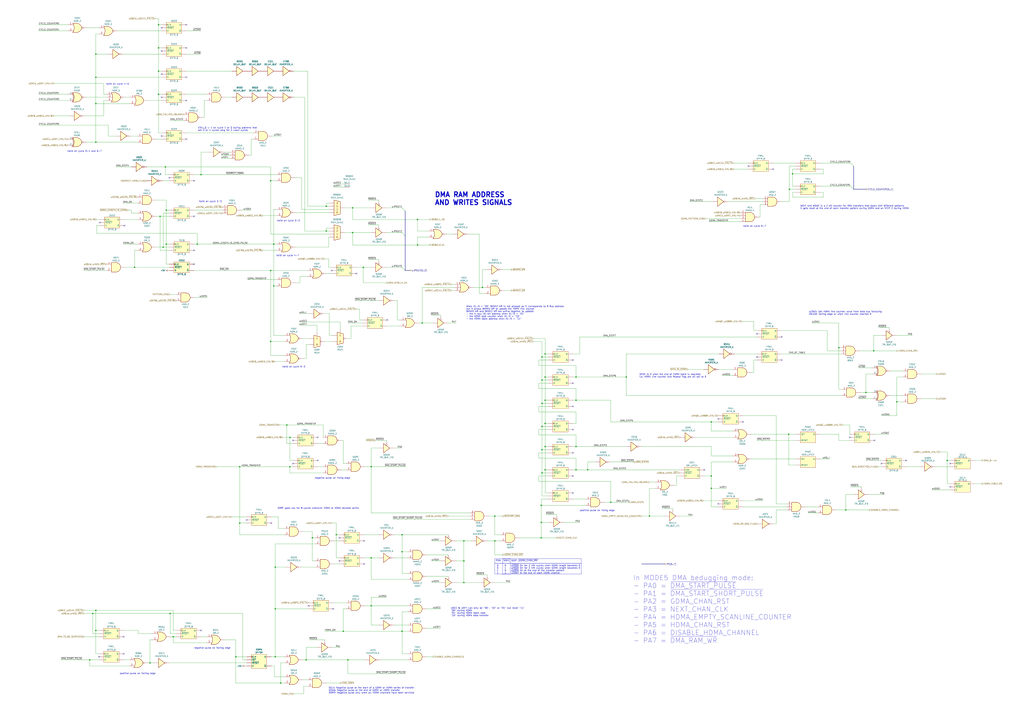
<source format=kicad_sch>
(kicad_sch (version 20230121) (generator eeschema)
  (paper "A1")
  (title_block (title "SNES S-CPU Schematics ") (date "2023-10-21") (rev "0.1") (company "Author: Regis Galland"))
  (junction (at 447.675 386.08))
  (junction (at 78.74 85.09))
  (junction (at 73.66 542.29))
  (junction (at 647.7 356.87))
  (junction (at 136.525 200.66))
  (junction (at 78.74 116.84))
  (junction (at 447.675 290.83))
  (junction (at 78.74 44.45))
  (junction (at 251.46 542.29))
  (junction (at 514.35 309.88))
  (junction (at 444.5 429.26))
  (junction (at 135.89 137.16))
  (junction (at 267.97 169.545))
  (junction (at 139.7 504.19))
  (junction (at 533.4 424.18))
  (junction (at 304.8 458.47))
  (junction (at 226.06 500.38))
  (junction (at 289.56 191.135))
  (junction (at 238.125 359.41))
  (junction (at 406.4 424.18))
  (junction (at 342.9 180.34))
  (junction (at 281.94 518.795))
  (junction (at 193.675 539.75))
  (junction (at 298.45 219.71))
  (junction (at 584.2 346.71))
  (junction (at 235.585 349.25))
  (junction (at 381 478.79))
  (junction (at 110.49 219.71))
  (junction (at 342.9 201.295))
  (junction (at 584.2 391.16))
  (junction (at 447.675 347.98))
  (junction (at 396.24 236.22))
  (junction (at 330.2 439.42))
  (junction (at 330.2 453.39))
  (junction (at 444.5 415.29))
  (junction (at 501.65 412.75))
  (junction (at 165.1 143.51))
  (junction (at 346.71 265.43))
  (junction (at 133.985 203.2))
  (junction (at 381 461.01))
  (junction (at 447.675 367.03))
  (junction (at 289.56 170.815))
  (junction (at 736.6 330.2))
  (junction (at 304.8 497.84))
  (junction (at 445.135 350.52))
  (junction (at 78.74 63.5))
  (junction (at 267.97 189.865))
  (junction (at 445.135 388.62))
  (junction (at 473.075 367.03))
  (junction (at 406.4 444.5))
  (junction (at 130.175 77.47))
  (junction (at 276.225 439.42))
  (junction (at 224.79 200.66))
  (junction (at 473.075 309.88))
  (junction (at 226.06 466.09))
  (junction (at 447.675 309.88))
  (junction (at 76.2 504.19))
  (junction (at 78.74 501.65))
  (junction (at 196.85 429.895))
  (junction (at 222.25 148.59))
  (junction (at 224.79 234.95))
  (junction (at 584.2 401.32))
  (junction (at 238.125 383.54))
  (junction (at 694.69 419.1))
  (junction (at 445.135 312.42))
  (junction (at 777.875 378.46))
  (junction (at 226.06 539.75))
  (junction (at 130.175 58.42))
  (junction (at 648.335 155.575))
  (junction (at 285.75 542.29))
  (junction (at 473.075 328.93))
  (junction (at 136.525 172.72))
  (junction (at 304.8 383.54))
  (junction (at 130.175 20.32))
  (junction (at 381 444.5))
  (junction (at 222.25 280.67))
  (junction (at 130.175 39.37))
  (junction (at 650.875 142.875))
  (junction (at 230.505 561.34))
  (junction (at 131.445 177.8))
  (junction (at 711.2 322.58))
  (junction (at 445.135 293.37))
  (junction (at 482.6 386.08))
  (junction (at 444.5 441.96))
  (junction (at 473.075 386.08))
  (junction (at 445.135 369.57))
  (junction (at 78.74 518.16))
  (junction (at 445.135 331.47))
  (junction (at 161.925 200.66))
  (junction (at 717.55 288.29))
  (junction (at 256.54 441.96))
  (junction (at 330.2 518.795))
  (junction (at 196.85 383.54))
  (junction (at 688.975 285.75))
  (junction (at 222.25 222.25))
  (junction (at 142.24 523.24))
  (junction (at 447.675 328.93))
  (junction (at 123.19 544.83))
  (no_connect (at 621.665 274.32))
  (no_connect (at 470.535 405.13))
  (no_connect (at 260.985 378.46))
  (no_connect (at 470.535 353.06))
  (no_connect (at 159.385 205.74))
  (no_connect (at 202.565 427.355))
  (no_connect (at 780.415 400.05))
  (no_connect (at 153.035 39.37))
  (no_connect (at 101.6 523.24))
  (no_connect (at 470.535 334.01))
  (no_connect (at 139.065 146.05))
  (no_connect (at 153.035 114.3))
  (no_connect (at 299.085 444.5))
  (no_connect (at 470.535 391.16))
  (no_connect (at 697.865 359.41))
  (no_connect (at 292.735 224.79))
  (no_connect (at 159.385 148.59))
  (no_connect (at 240.665 361.95))
  (no_connect (at 159.385 217.17))
  (no_connect (at 780.415 381))
  (no_connect (at 470.535 295.91))
  (no_connect (at 635 139.065))
  (no_connect (at 641.985 295.91))
  (no_connect (at 165.1 518.16))
  (no_connect (at 132.715 60.96))
  (no_connect (at 589.915 344.17))
  (no_connect (at 153.035 82.55))
  (no_connect (at 222.885 429.895))
  (no_connect (at 470.535 372.11))
  (no_connect (at 614.68 136.525))
  (no_connect (at 132.715 41.91))
  (no_connect (at 132.715 111.76))
  (no_connect (at 621.665 293.37))
  (no_connect (at 589.915 414.02))
  (no_connect (at 273.685 500.38))
  (no_connect (at 578.485 386.08))
  (no_connect (at 132.715 80.01))
  (no_connect (at 153.035 20.32))
  (no_connect (at 81.28 539.75))
  (no_connect (at 718.185 361.95))
  (no_connect (at 278.765 441.96))
  (no_connect (at 240.665 381))
  (no_connect (at 610.235 346.71))
  (no_connect (at 81.915 182.88))
  (no_connect (at 101.6 537.21))
  (no_connect (at 272.415 222.25))
  (no_connect (at 278.765 461.01))
  (no_connect (at 260.985 359.41))
  (no_connect (at 744.22 378.46))
  (no_connect (at 132.715 22.86))
  (no_connect (at 299.085 463.55))
  (no_connect (at 102.235 185.42))
  (no_connect (at 253.365 497.84))
  (no_connect (at 153.035 63.5))
  (no_connect (at 159.385 177.8))
  (no_connect (at 723.9 381))
  (no_connect (at 318.135 262.89))
  (no_connect (at 641.985 276.86))
  (no_connect (at 470.535 314.96))
  (bus_entry (at 330.2 170.815) (size 2.54 2.54))
  (bus_entry (at 330.2 191.135) (size 2.54 2.54))
  (bus_entry (at 698.5 153.035) (size 2.54 2.54))
  (bus_entry (at 330.2 219.71) (size 2.54 2.54))
  (bus_entry (at 698.5 133.985) (size 2.54 2.54))
  (wire (pts (xy 555.625 391.16) (xy 558.165 391.16)))
  (wire (pts (xy 289.56 201.295) (xy 342.9 201.295)))
  (wire (pts (xy 584.2 354.33) (xy 584.2 346.71)))
  (wire (pts (xy 142.24 523.24) (xy 144.78 523.24)))
  (wire (pts (xy 635 133.985) (xy 653.415 133.985)))
  (wire (pts (xy 501.65 346.71) (xy 584.2 346.71)))
  (wire (pts (xy 79.375 191.77) (xy 161.925 191.77)))
  (wire (pts (xy 412.75 455.93) (xy 406.4 455.93)))
  (wire (pts (xy 736.6 330.2) (xy 736.6 341.63)))
  (wire (pts (xy 400.05 221.615) (xy 396.24 221.615)))
  (wire (pts (xy 81.28 518.16) (xy 78.74 518.16)))
  (wire (pts (xy 777.875 378.46) (xy 777.875 397.51)))
  (wire (pts (xy 107.95 172.72) (xy 107.95 175.26)))
  (wire (pts (xy 367.03 192.405) (xy 372.11 192.405)))
  (wire (pts (xy 78.74 518.16) (xy 78.74 537.21)))
  (wire (pts (xy 249.555 563.88) (xy 252.73 563.88)))
  (wire (pts (xy 648.335 155.575) (xy 648.335 136.525)))
  (wire (pts (xy 299.72 383.54) (xy 304.8 383.54)))
  (wire (pts (xy 698.5 400.05) (xy 707.39 400.05)))
  (wire (pts (xy 617.22 306.07) (xy 619.125 306.07)))
  (wire (pts (xy 203.2 229.87) (xy 227.33 229.87)))
  (wire (pts (xy 285.75 553.72) (xy 333.375 553.72)))
  (wire (pts (xy 442.595 319.405) (xy 473.075 319.405)))
  (wire (pts (xy 381 461.01) (xy 381 444.5)))
  (wire (pts (xy 226.06 539.75) (xy 233.68 539.75)))
  (wire (pts (xy 442.595 300.355) (xy 473.075 300.355)))
  (wire (pts (xy 101.6 542.29) (xy 106.045 542.29)))
  (wire (pts (xy 196.85 429.895) (xy 202.565 429.895)))
  (wire (pts (xy 266.7 212.725) (xy 269.875 212.725)))
  (wire (pts (xy 671.83 416.56) (xy 661.67 416.56)))
  (wire (pts (xy 273.685 151.13) (xy 283.21 151.13)))
  (wire (pts (xy 457.2 422.91) (xy 457.2 424.18)))
  (wire (pts (xy 558.8 424.18) (xy 568.96 424.18)))
  (wire (pts (xy 281.94 500.38) (xy 284.48 500.38)))
  (wire (pts (xy 206.375 127.635) (xy 204.47 127.635)))
  (wire (pts (xy 741.68 325.12) (xy 731.52 325.12)))
  (wire (pts (xy 470.535 367.03) (xy 473.075 367.03)))
  (wire (pts (xy 266.7 280.67) (xy 273.05 280.67)))
  (wire (pts (xy 259.08 461.01) (xy 256.54 461.01)))
  (wire (pts (xy 442.595 353.06) (xy 442.595 357.505)))
  (wire (pts (xy 381 478.79) (xy 381 461.01)))
  (wire (pts (xy 590.55 303.53) (xy 601.98 303.53)))
  (wire (pts (xy 289.56 170.815) (xy 304.8 170.815)))
  (wire (pts (xy 447.675 290.83) (xy 447.675 278.13)))
  (wire (pts (xy 707.39 400.05) (xy 707.39 401.32)))
  (wire (pts (xy 624.205 168.275) (xy 626.745 168.275)))
  (wire (pts (xy 139.065 172.72) (xy 136.525 172.72)))
  (wire (pts (xy 238.125 359.41) (xy 238.125 378.46)))
  (wire (pts (xy 445.135 350.52) (xy 450.215 350.52)))
  (wire (pts (xy 593.09 308.61) (xy 601.98 308.61)))
  (wire (pts (xy 711.2 307.34) (xy 716.28 307.34)))
  (wire (pts (xy 202.565 539.75) (xy 193.675 539.75)))
  (wire (pts (xy 79.375 185.42) (xy 79.375 191.77)))
  (wire (pts (xy 304.8 513.715) (xy 311.15 513.715)))
  (wire (pts (xy 650.875 153.035) (xy 650.875 142.875)))
  (wire (pts (xy 473.075 309.88) (xy 514.35 309.88)))
  (wire (pts (xy 276.225 458.47) (xy 278.765 458.47)))
  (wire (pts (xy 346.71 236.22) (xy 346.71 265.43)))
  (wire (pts (xy 450.215 293.37) (xy 445.135 293.37)))
  (wire (pts (xy 717.55 288.29) (xy 706.12 288.29)))
  (wire (pts (xy 406.4 424.18) (xy 412.75 424.18)))
  (wire (pts (xy 68.58 222.25) (xy 87.63 222.25)))
  (wire (pts (xy 697.865 361.95) (xy 688.975 361.95)))
  (wire (pts (xy 139.065 544.83) (xy 202.565 544.83)))
  (wire (pts (xy 245.745 267.335) (xy 260.35 267.335)))
  (wire (pts (xy 470.535 386.08) (xy 473.075 386.08)))
  (wire (pts (xy 139.7 99.06) (xy 151.13 99.06)))
  (wire (pts (xy 288.29 267.97) (xy 288.29 278.13)))
  (wire (pts (xy 589.915 416.56) (xy 584.2 416.56)))
  (wire (pts (xy 226.06 297.18) (xy 233.68 297.18)))
  (wire (pts (xy 260.35 532.13) (xy 251.46 532.13)))
  (wire (pts (xy 299.085 458.47) (xy 304.8 458.47)))
  (wire (pts (xy 132.715 77.47) (xy 130.175 77.47)))
  (wire (pts (xy 442.595 391.16) (xy 450.215 391.16)))
  (wire (pts (xy 260.35 267.335) (xy 260.35 273.05)))
  (wire (pts (xy 230.505 561.34) (xy 233.68 561.34)))
  (wire (pts (xy 31.75 25.4) (xy 55.88 25.4)))
  (wire (pts (xy 335.28 518.795) (xy 330.2 518.795)))
  (wire (pts (xy 73.66 542.29) (xy 73.66 547.37)))
  (wire (pts (xy 777.875 371.475) (xy 777.875 378.46)))
  (wire (pts (xy 646.43 416.56) (xy 610.235 416.56)))
  (wire (pts (xy 514.35 325.12) (xy 514.35 309.88)))
  (wire (pts (xy 78.74 116.84) (xy 78.74 85.09)))
  (wire (pts (xy 206.375 114.3) (xy 208.28 114.3)))
  (wire (pts (xy 198.12 172.72) (xy 206.375 172.72)))
  (wire (pts (xy 584.2 401.32) (xy 596.9 401.32)))
  (wire (pts (xy 299.085 439.42) (xy 311.15 439.42)))
  (wire (pts (xy 274.32 463.55) (xy 278.765 463.55)))
  (wire (pts (xy 442.595 372.11) (xy 450.215 372.11)))
  (wire (pts (xy 713.74 406.4) (xy 726.44 406.4)))
  (wire (pts (xy 224.79 200.66) (xy 227.33 200.66)))
  (wire (pts (xy 447.675 290.83) (xy 447.675 309.88)))
  (wire (pts (xy 444.5 441.96) (xy 444.5 429.26)))
  (wire (pts (xy 400.05 472.44) (xy 400.05 473.71)))
  (wire (pts (xy 246.38 227.33) (xy 246.38 232.41)))
  (wire (pts (xy 249.555 570.23) (xy 241.3 570.23)))
  (wire (pts (xy 482.6 386.08) (xy 558.165 386.08)))
  (wire (pts (xy 741.68 304.8) (xy 731.52 304.8)))
  (wire (pts (xy 447.675 386.08) (xy 450.215 386.08)))
  (wire (pts (xy 406.4 455.93) (xy 406.4 444.5)))
  (wire (pts (xy 473.075 300.355) (xy 473.075 309.88)))
  (wire (pts (xy 165.1 523.24) (xy 169.545 523.24)))
  (wire (pts (xy 335.28 513.715) (xy 323.85 513.715)))
  (wire (pts (xy 673.735 139.065) (xy 676.275 139.065)))
  (wire (pts (xy 31.75 102.87) (xy 88.9 102.87)))
  (wire (pts (xy 133.985 175.26) (xy 139.065 175.26)))
  (wire (pts (xy 276.225 429.895) (xy 276.225 439.42)))
  (wire (pts (xy 165.1 25.4) (xy 153.035 25.4)))
  (wire (pts (xy 69.215 504.19) (xy 76.2 504.19)))
  (wire (pts (xy 350.52 539.75) (xy 355.6 539.75)))
  (wire (pts (xy 302.26 164.465) (xy 311.15 164.465)))
  (wire (pts (xy 131.445 177.8) (xy 139.065 177.8)))
  (wire (pts (xy 247.65 146.05) (xy 247.65 172.085)))
  (wire (pts (xy 130.175 15.24) (xy 130.175 20.32)))
  (wire (pts (xy 88.9 44.45) (xy 78.74 44.45)))
  (wire (pts (xy 196.85 383.54) (xy 238.125 383.54)))
  (wire (pts (xy 215.9 177.165) (xy 227.33 177.165)))
  (wire (pts (xy 267.97 224.79) (xy 272.415 224.79)))
  (wire (pts (xy 694.69 419.1) (xy 687.07 419.1)))
  (wire (pts (xy 406.4 444.5) (xy 400.05 444.5)))
  (wire (pts (xy 555.625 398.78) (xy 555.625 391.16)))
  (wire (pts (xy 577.85 411.48) (xy 589.915 411.48)))
  (wire (pts (xy 368.3 265.43) (xy 374.65 265.43)))
  (wire (pts (xy 447.675 328.93) (xy 447.675 347.98)))
  (wire (pts (xy 81.28 27.94) (xy 78.74 27.94)))
  (wire (pts (xy 159.385 143.51) (xy 165.1 143.51)))
  (wire (pts (xy 482.6 379.73) (xy 482.6 386.08)))
  (wire (pts (xy 251.46 283.21) (xy 254 283.21)))
  (wire (pts (xy 281.94 361.95) (xy 280.67 361.95)))
  (wire (pts (xy 226.06 466.09) (xy 234.95 466.09)))
  (wire (pts (xy 304.8 368.3) (xy 304.8 383.54)))
  (wire (pts (xy 238.125 378.46) (xy 240.665 378.46)))
  (wire (pts (xy 777.875 371.475) (xy 772.16 371.475)))
  (bus (pts (xy 332.74 222.25) (xy 336.55 222.25)))
  (wire (pts (xy 298.45 232.41) (xy 298.45 219.71)))
  (wire (pts (xy 130.175 58.42) (xy 130.175 39.37)))
  (wire (pts (xy 181.61 130.175) (xy 189.23 130.175)))
  (wire (pts (xy 565.15 303.53) (xy 577.85 303.53)))
  (wire (pts (xy 139.065 205.74) (xy 131.445 205.74)))
  (wire (pts (xy 412.75 221.615) (xy 419.735 221.615)))
  (wire (pts (xy 311.15 184.785) (xy 311.15 186.055)))
  (wire (pts (xy 473.075 367.03) (xy 514.35 367.03)))
  (wire (pts (xy 123.19 544.83) (xy 121.285 544.83)))
  (wire (pts (xy 533.4 396.24) (xy 538.48 396.24)))
  (wire (pts (xy 135.89 137.16) (xy 135.89 143.51)))
  (wire (pts (xy 238.125 388.62) (xy 238.125 383.54)))
  (wire (pts (xy 139.7 504.19) (xy 199.39 504.19)))
  (wire (pts (xy 135.89 143.51) (xy 139.065 143.51)))
  (wire (pts (xy 225.425 556.26) (xy 225.425 547.37)))
  (wire (pts (xy 326.39 262.89) (xy 328.93 262.89)))
  (wire (pts (xy 326.39 247.015) (xy 326.39 262.89)))
  (wire (pts (xy 228.6 424.815) (xy 228.6 434.34)))
  (wire (pts (xy 193.675 539.75) (xy 193.675 525.78)))
  (wire (pts (xy 69.215 501.65) (xy 78.74 501.65)))
  (wire (pts (xy 619.125 264.16) (xy 619.125 271.78)))
  (wire (pts (xy 31.75 82.55) (xy 55.88 82.55)))
  (wire (pts (xy 256.54 436.88) (xy 256.54 441.96)))
  (wire (pts (xy 323.85 368.3) (xy 330.2 368.3)))
  (wire (pts (xy 501.65 379.73) (xy 520.7 379.73)))
  (wire (pts (xy 225.425 547.37) (xy 222.885 547.37)))
  (wire (pts (xy 619.125 271.78) (xy 621.665 271.78)))
  (wire (pts (xy 335.28 471.17) (xy 330.2 471.17)))
  (wire (pts (xy 245.745 264.795) (xy 279.4 264.795)))
  (wire (pts (xy 222.25 280.67) (xy 233.68 280.67)))
  (wire (pts (xy 406.4 478.79) (xy 419.1 478.79)))
  (wire (pts (xy 79.375 180.34) (xy 81.915 180.34)))
  (wire (pts (xy 235.585 349.25) (xy 265.43 349.25)))
  (wire (pts (xy 128.27 203.2) (xy 133.985 203.2)))
  (wire (pts (xy 342.9 201.295) (xy 353.06 201.295)))
  (wire (pts (xy 619.125 306.07) (xy 619.125 295.91)))
  (wire (pts (xy 100.965 167.005) (xy 113.03 167.005)))
  (wire (pts (xy 473.075 386.08) (xy 482.6 386.08)))
  (wire (pts (xy 270.51 275.59) (xy 270.51 257.81)))
  (wire (pts (xy 470.535 328.93) (xy 473.075 328.93)))
  (wire (pts (xy 444.5 415.29) (xy 481.33 415.29)))
  (wire (pts (xy 673.735 377.19) (xy 681.355 377.19)))
  (wire (pts (xy 396.24 221.615) (xy 396.24 236.22)))
  (wire (pts (xy 304.8 219.71) (xy 298.45 219.71)))
  (wire (pts (xy 78.74 44.45) (xy 78.74 27.94)))
  (wire (pts (xy 199.39 504.19) (xy 199.39 542.29)))
  (wire (pts (xy 270.51 275.59) (xy 273.05 275.59)))
  (wire (pts (xy 266.7 525.78) (xy 266.7 527.05)))
  (wire (pts (xy 620.395 163.195) (xy 626.745 163.195)))
  (wire (pts (xy 230.505 544.83) (xy 233.68 544.83)))
  (wire (pts (xy 226.06 447.04) (xy 259.08 447.04)))
  (wire (pts (xy 304.8 383.54) (xy 333.375 383.54)))
  (wire (pts (xy 391.16 472.44) (xy 400.05 472.44)))
  (wire (pts (xy 721.36 269.24) (xy 730.25 269.24)))
  (wire (pts (xy 619.125 295.91) (xy 621.665 295.91)))
  (wire (pts (xy 102.87 80.01) (xy 106.68 80.01)))
  (wire (pts (xy 248.92 558.8) (xy 252.73 558.8)))
  (wire (pts (xy 694.69 406.4) (xy 694.69 419.1)))
  (wire (pts (xy 249.555 570.23) (xy 249.555 563.88)))
  (wire (pts (xy 139.065 217.17) (xy 136.525 217.17)))
  (wire (pts (xy 406.4 439.42) (xy 406.4 424.18)))
  (wire (pts (xy 304.8 497.84) (xy 304.8 513.715)))
  (wire (pts (xy 450.215 331.47) (xy 445.135 331.47)))
  (wire (pts (xy 406.4 439.42) (xy 411.48 439.42)))
  (wire (pts (xy 584.2 367.03) (xy 527.05 367.03)))
  (wire (pts (xy 159.385 222.25) (xy 222.25 222.25)))
  (wire (pts (xy 610.235 341.63) (xy 637.54 341.63)))
  (wire (pts (xy 153.035 77.47) (xy 170.18 77.47)))
  (wire (pts (xy 697.865 349.25) (xy 697.865 356.87)))
  (wire (pts (xy 222.25 137.16) (xy 222.25 148.59)))
  (wire (pts (xy 694.69 419.1) (xy 713.74 419.1)))
  (wire (pts (xy 266.7 518.795) (xy 281.94 518.795)))
  (wire (pts (xy 473.075 357.505) (xy 473.075 367.03)))
  (wire (pts (xy 741.68 330.2) (xy 736.6 330.2)))
  (wire (pts (xy 289.56 191.135) (xy 304.8 191.135)))
  (wire (pts (xy 242.57 174.625) (xy 270.51 174.625)))
  (wire (pts (xy 647.7 382.27) (xy 647.7 356.87)))
  (wire (pts (xy 676.275 139.065) (xy 676.275 142.875)))
  (wire (pts (xy 361.95 461.01) (xy 354.33 461.01)))
  (wire (pts (xy 756.92 327.66) (xy 768.985 327.66)))
  (wire (pts (xy 131.445 205.74) (xy 131.445 177.8)))
  (wire (pts (xy 132.715 82.55) (xy 121.92 82.55)))
  (wire (pts (xy 353.695 259.08) (xy 361.95 259.08)))
  (wire (pts (xy 247.65 172.085) (xy 270.51 172.085)))
  (wire (pts (xy 470.535 410.21) (xy 481.33 410.21)))
  (wire (pts (xy 130.175 109.22) (xy 132.715 109.22)))
  (wire (pts (xy 265.43 388.62) (xy 238.125 388.62)))
  (wire (pts (xy 374.65 461.01) (xy 381 461.01)))
  (wire (pts (xy 688.975 361.95) (xy 688.975 356.87)))
  (wire (pts (xy 736.6 309.88) (xy 741.68 309.88)))
  (wire (pts (xy 621.665 290.83) (xy 603.25 290.83)))
  (wire (pts (xy 445.135 331.47) (xy 445.135 350.52)))
  (wire (pts (xy 272.415 429.895) (xy 276.225 429.895)))
  (wire (pts (xy 361.95 478.79) (xy 354.33 478.79)))
  (wire (pts (xy 247.65 466.09) (xy 259.08 466.09)))
  (wire (pts (xy 260.985 364.49) (xy 265.43 364.49)))
  (wire (pts (xy 135.89 137.16) (xy 120.65 137.16)))
  (wire (pts (xy 142.24 528.32) (xy 169.545 528.32)))
  (wire (pts (xy 317.5 232.41) (xy 298.45 232.41)))
  (wire (pts (xy 514.35 290.83) (xy 590.55 290.83)))
  (wire (pts (xy 193.675 561.34) (xy 230.505 561.34)))
  (wire (pts (xy 673.735 133.985) (xy 698.5 133.985)))
  (wire (pts (xy 470.535 309.88) (xy 473.075 309.88)))
  (wire (pts (xy 800.735 378.46) (xy 806.45 378.46)))
  (wire (pts (xy 350.52 516.255) (xy 361.95 516.255)))
  (wire (pts (xy 78.74 63.5) (xy 78.74 85.09)))
  (wire (pts (xy 270.51 189.865) (xy 267.97 189.865)))
  (wire (pts (xy 317.5 219.71) (xy 330.2 219.71)))
  (wire (pts (xy 447.675 309.88) (xy 447.675 328.93)))
  (wire (pts (xy 285.75 265.43) (xy 297.815 265.43)))
  (wire (pts (xy 473.075 319.405) (xy 473.075 328.93)))
  (wire (pts (xy 584.2 391.16) (xy 584.2 401.32)))
  (bus (pts (xy 332.74 173.355) (xy 332.74 193.675)))
  (wire (pts (xy 78.74 501.65) (xy 78.74 518.16)))
  (wire (pts (xy 265.43 349.25) (xy 265.43 359.41)))
  (wire (pts (xy 78.74 44.45) (xy 78.74 63.5)))
  (wire (pts (xy 692.15 349.25) (xy 697.865 349.25)))
  (wire (pts (xy 78.74 85.09) (xy 106.68 85.09)))
  (wire (pts (xy 196.85 383.54) (xy 196.85 429.895)))
  (wire (pts (xy 190.5 424.815) (xy 202.565 424.815)))
  (wire (pts (xy 442.595 357.505) (xy 473.075 357.505)))
  (wire (pts (xy 177.8 383.54) (xy 196.85 383.54)))
  (wire (pts (xy 222.25 292.1) (xy 222.25 280.67)))
  (wire (pts (xy 450.215 290.83) (xy 447.675 290.83)))
  (wire (pts (xy 299.72 497.84) (xy 304.8 497.84)))
  (wire (pts (xy 346.71 265.43) (xy 355.6 265.43)))
  (wire (pts (xy 463.55 429.26) (xy 476.25 429.26)))
  (wire (pts (xy 222.25 148.59) (xy 222.25 192.405)))
  (wire (pts (xy 335.28 476.25) (xy 304.8 476.25)))
  (wire (pts (xy 136.525 172.72) (xy 136.525 200.66)))
  (wire (pts (xy 136.525 217.17) (xy 136.525 200.66)))
  (wire (pts (xy 533.4 401.32) (xy 533.4 424.18)))
  (wire (pts (xy 304.8 383.54) (xy 304.8 421.64)))
  (wire (pts (xy 223.52 111.76) (xy 231.14 111.76)))
  (wire (pts (xy 473.075 376.555) (xy 473.075 386.08)))
  (wire (pts (xy 193.675 561.34) (xy 193.675 539.75)))
  (wire (pts (xy 621.665 361.95) (xy 653.415 361.95)))
  (wire (pts (xy 283.21 191.135) (xy 289.56 191.135)))
  (wire (pts (xy 317.5 361.95) (xy 317.5 363.22)))
  (wire (pts (xy 130.175 58.42) (xy 130.175 77.47)))
  (wire (pts (xy 269.875 194.945) (xy 270.51 194.945)))
  (wire (pts (xy 447.675 405.13) (xy 450.215 405.13)))
  (wire (pts (xy 445.135 293.37) (xy 445.135 312.42)))
  (wire (pts (xy 142.24 518.16) (xy 142.24 501.65)))
  (wire (pts (xy 252.73 169.545) (xy 267.97 169.545)))
  (wire (pts (xy 248.92 294.64) (xy 251.46 294.64)))
  (wire (pts (xy 95.25 137.16) (xy 107.95 137.16)))
  (wire (pts (xy 323.85 439.42) (xy 330.2 439.42)))
  (wire (pts (xy 308.61 361.95) (xy 317.5 361.95)))
  (wire (pts (xy 133.985 175.26) (xy 133.985 203.2)))
  (wire (pts (xy 102.87 219.71) (xy 110.49 219.71)))
  (wire (pts (xy 445.135 369.57) (xy 445.135 388.62)))
  (wire (pts (xy 110.49 205.74) (xy 110.49 219.71)))
  (wire (pts (xy 442.595 353.06) (xy 450.215 353.06)))
  (wire (pts (xy 250.19 80.01) (xy 250.19 189.865)))
  (wire (pts (xy 445.135 312.42) (xy 445.135 331.47)))
  (wire (pts (xy 323.85 458.47) (xy 335.28 458.47)))
  (wire (pts (xy 130.175 20.32) (xy 132.715 20.32)))
  (wire (pts (xy 185.42 80.01) (xy 190.5 80.01)))
  (wire (pts (xy 488.95 379.73) (xy 482.6 379.73)))
  (wire (pts (xy 610.235 411.48) (xy 626.745 411.48)))
  (wire (pts (xy 601.98 354.33) (xy 584.2 354.33)))
  (wire (pts (xy 598.17 165.735) (xy 626.745 165.735)))
  (wire (pts (xy 226.06 500.38) (xy 226.06 539.75)))
  (wire (pts (xy 107.95 175.26) (xy 113.03 175.26)))
  (wire (pts (xy 267.97 561.34) (xy 279.4 561.34)))
  (wire (pts (xy 295.275 262.89) (xy 297.815 262.89)))
  (wire (pts (xy 800.735 397.51) (xy 806.45 397.51)))
  (wire (pts (xy 426.72 441.96) (xy 444.5 441.96)))
  (wire (pts (xy 267.97 189.865) (xy 267.97 187.325)))
  (wire (pts (xy 292.735 254) (xy 295.275 254)))
  (wire (pts (xy 265.43 383.54) (xy 260.985 383.54)))
  (wire (pts (xy 159.385 200.66) (xy 161.925 200.66)))
  (wire (pts (xy 69.85 95.25) (xy 85.09 95.25)))
  (wire (pts (xy 81.28 22.86) (xy 71.12 22.86)))
  (wire (pts (xy 113.665 518.16) (xy 101.6 518.16)))
  (wire (pts (xy 132.715 58.42) (xy 130.175 58.42)))
  (wire (pts (xy 765.175 402.59) (xy 780.415 402.59)))
  (wire (pts (xy 289.56 201.295) (xy 289.56 191.135)))
  (wire (pts (xy 167.64 96.52) (xy 166.37 96.52)))
  (wire (pts (xy 370.84 238.76) (xy 373.38 238.76)))
  (bus (pts (xy 527.05 463.55) (xy 546.1 463.55)))
  (wire (pts (xy 635 430.53) (xy 637.54 430.53)))
  (wire (pts (xy 533.4 424.18) (xy 546.1 424.18)))
  (wire (pts (xy 450.215 369.57) (xy 445.135 369.57)))
  (wire (pts (xy 88.9 111.76) (xy 95.25 111.76)))
  (wire (pts (xy 130.175 15.24) (xy 127.635 15.24)))
  (wire (pts (xy 304.8 476.25) (xy 304.8 458.47)))
  (wire (pts (xy 688.975 285.75) (xy 690.88 285.75)))
  (wire (pts (xy 579.755 179.705) (xy 608.33 179.705)))
  (wire (pts (xy 224.79 234.95) (xy 224.79 200.66)))
  (wire (pts (xy 777.875 397.51) (xy 780.415 397.51)))
  (wire (pts (xy 81.28 520.7) (xy 76.2 520.7)))
  (wire (pts (xy 102.235 180.34) (xy 113.03 180.34)))
  (bus (pts (xy 701.04 136.525) (xy 701.04 155.575)))
  (wire (pts (xy 637.54 414.02) (xy 646.43 414.02)))
  (wire (pts (xy 368.3 473.71) (xy 350.52 473.71)))
  (wire (pts (xy 653.415 382.27) (xy 647.7 382.27)))
  (wire (pts (xy 161.925 191.77) (xy 161.925 200.66)))
  (wire (pts (xy 240.665 364.49) (xy 235.585 364.49)))
  (wire (pts (xy 717.55 275.59) (xy 723.9 275.59)))
  (wire (pts (xy 450.215 410.21) (xy 444.5 410.21)))
  (wire (pts (xy 704.85 302.26) (xy 716.28 302.26)))
  (wire (pts (xy 302.26 184.785) (xy 311.15 184.785)))
  (wire (pts (xy 553.72 398.78) (xy 555.625 398.78)))
  (wire (pts (xy 240.665 359.41) (xy 238.125 359.41)))
  (wire (pts (xy 450.85 429.26) (xy 444.5 429.26)))
  (wire (pts (xy 647.7 356.87) (xy 653.415 356.87)))
  (wire (pts (xy 601.98 379.73) (xy 584.2 379.73)))
  (wire (pts (xy 153.035 109.22) (xy 208.28 109.22)))
  (wire (pts (xy 501.65 412.75) (xy 516.89 412.75)))
  (wire (pts (xy 688.975 320.04) (xy 688.975 285.75)))
  (wire (pts (xy 688.975 320.04) (xy 691.515 320.04)))
  (wire (pts (xy 777.875 378.46) (xy 780.415 378.46)))
  (wire (pts (xy 241.3 58.42) (xy 252.73 58.42)))
  (wire (pts (xy 730.25 356.87) (xy 718.185 356.87)))
  (wire (pts (xy 135.89 137.16) (xy 222.25 137.16)))
  (wire (pts (xy 222.25 292.1) (xy 233.68 292.1)))
  (wire (pts (xy 284.48 386.08) (xy 280.67 386.08)))
  (wire (pts (xy 199.39 542.29) (xy 202.565 542.29)))
  (wire (pts (xy 128.27 114.3) (xy 132.715 114.3)))
  (wire (pts (xy 330.2 453.39) (xy 335.28 453.39)))
  (wire (pts (xy 317.5 191.135) (xy 330.2 191.135)))
  (wire (pts (xy 144.78 241.935) (xy 139.7 241.935)))
  (wire (pts (xy 721.36 383.54) (xy 723.9 383.54)))
  (wire (pts (xy 81.915 185.42) (xy 79.375 185.42)))
  (wire (pts (xy 448.31 422.91) (xy 457.2 422.91)))
  (wire (pts (xy 527.05 424.18) (xy 533.4 424.18)))
  (wire (pts (xy 650.875 158.115) (xy 650.875 161.925)))
  (wire (pts (xy 473.075 338.455) (xy 473.075 347.98)))
  (wire (pts (xy 637.54 419.1) (xy 646.43 419.1)))
  (wire (pts (xy 31.75 20.32) (xy 55.88 20.32)))
  (wire (pts (xy 222.25 192.405) (xy 270.51 192.405)))
  (wire (pts (xy 140.335 523.24) (xy 142.24 523.24)))
  (wire (pts (xy 326.39 247.015) (xy 323.85 247.015)))
  (wire (pts (xy 450.215 309.88) (xy 447.675 309.88)))
  (wire (pts (xy 342.9 189.865) (xy 351.79 189.865)))
  (wire (pts (xy 78.74 501.65) (xy 142.24 501.65)))
  (wire (pts (xy 723.9 378.46) (xy 711.2 378.46)))
  (wire (pts (xy 374.65 478.79) (xy 381 478.79)))
  (wire (pts (xy 368.3 455.93) (xy 350.52 455.93)))
  (wire (pts (xy 445.135 388.62) (xy 445.135 407.67)))
  (wire (pts (xy 330.2 439.42) (xy 368.3 439.42)))
  (wire (pts (xy 71.12 80.01) (xy 87.63 80.01)))
  (wire (pts (xy 624.205 178.435) (xy 624.205 168.275)))
  (wire (pts (xy 269.875 219.71) (xy 272.415 219.71)))
  (wire (pts (xy 206.375 114.3) (xy 206.375 127.635)))
  (wire (pts (xy 233.68 434.34) (xy 228.6 434.34)))
  (wire (pts (xy 653.415 153.035) (xy 650.875 153.035)))
  (wire (pts (xy 501.65 395.605) (xy 501.65 412.75)))
  (wire (pts (xy 335.28 497.84) (xy 304.8 497.84)))
  (wire (pts (xy 222.25 222.25) (xy 222.25 280.67)))
  (wire (pts (xy 582.295 182.245) (xy 608.33 182.245)))
  (wire (pts (xy 442.595 295.91) (xy 450.215 295.91)))
  (wire (pts (xy 450.215 314.96) (xy 442.595 314.96)))
  (wire (pts (xy 723.9 341.63) (xy 736.6 341.63)))
  (wire (pts (xy 224.79 275.59) (xy 224.79 234.95)))
  (wire (pts (xy 238.125 383.54) (xy 240.665 383.54)))
  (wire (pts (xy 381 444.5) (xy 387.35 444.5)))
  (wire (pts (xy 267.97 167.005) (xy 270.51 167.005)))
  (wire (pts (xy 215.9 205.74) (xy 227.33 205.74)))
  (wire (pts (xy 44.45 68.58) (xy 85.09 68.58)))
  (wire (pts (xy 267.97 187.325) (xy 270.51 187.325)))
  (wire (pts (xy 130.175 20.32) (xy 130.175 39.37)))
  (wire (pts (xy 676.275 158.115) (xy 676.275 161.925)))
  (wire (pts (xy 227.33 234.95) (xy 224.79 234.95)))
  (wire (pts (xy 85.09 82.55) (xy 87.63 82.55)))
  (wire (pts (xy 110.49 205.74) (xy 113.03 205.74)))
  (wire (pts (xy 285.75 278.13) (xy 288.29 278.13)))
  (wire (pts (xy 601.98 359.41) (xy 571.5 359.41)))
  (wire (pts (xy 342.9 180.34) (xy 342.9 189.865)))
  (wire (pts (xy 442.595 314.96) (xy 442.595 319.405)))
  (wire (pts (xy 584.2 391.16) (xy 578.485 391.16)))
  (wire (pts (xy 295.275 254) (xy 295.275 262.89)))
  (wire (pts (xy 110.49 219.71) (xy 139.065 219.71)))
  (wire (pts (xy 133.35 148.59) (xy 139.065 148.59)))
  (wire (pts (xy 609.6 264.16) (xy 619.125 264.16)))
  (wire (pts (xy 123.19 525.78) (xy 123.19 544.83)))
  (wire (pts (xy 281.94 518.795) (xy 330.2 518.795)))
  (wire (pts (xy 704.85 327.66) (xy 716.28 327.66)))
  (wire (pts (xy 688.975 356.87) (xy 673.735 356.87)))
  (wire (pts (xy 292.735 219.71) (xy 298.45 219.71)))
  (wire (pts (xy 514.35 309.88) (xy 514.35 290.83)))
  (wire (pts (xy 346.71 236.22) (xy 373.38 236.22)))
  (wire (pts (xy 442.595 391.16) (xy 442.595 395.605)))
  (wire (pts (xy 71.12 116.84) (xy 78.74 116.84)))
  (wire (pts (xy 246.38 232.41) (xy 242.57 232.41)))
  (wire (pts (xy 648.335 136.525) (xy 653.415 136.525)))
  (wire (pts (xy 317.5 170.815) (xy 330.2 170.815)))
  (wire (pts (xy 342.9 194.945) (xy 342.9 201.295)))
  (wire (pts (xy 584.2 374.65) (xy 601.98 374.65)))
  (wire (pts (xy 285.75 542.29) (xy 285.75 553.72)))
  (wire (pts (xy 386.08 426.72) (xy 322.58 426.72)))
  (wire (pts (xy 161.925 200.66) (xy 224.79 200.66)))
  (wire (pts (xy 78.74 537.21) (xy 81.28 537.21)))
  (wire (pts (xy 679.45 288.29) (xy 690.88 288.29)))
  (wire (pts (xy 438.15 280.67) (xy 445.135 280.67)))
  (wire (pts (xy 256.54 441.96) (xy 259.08 441.96)))
  (wire (pts (xy 113.665 520.7) (xy 125.095 520.7)))
  (wire (pts (xy 445.135 350.52) (xy 445.135 369.57)))
  (wire (pts (xy 222.25 222.25) (xy 252.73 222.25)))
  (wire (pts (xy 76.2 504.19) (xy 76.2 520.7)))
  (wire (pts (xy 381 478.79) (xy 393.7 478.79)))
  (wire (pts (xy 153.035 58.42) (xy 190.5 58.42)))
  (wire (pts (xy 330.2 537.21) (xy 335.28 537.21)))
  (wire (pts (xy 447.675 386.08) (xy 447.675 405.13)))
  (wire (pts (xy 602.615 133.985) (xy 614.68 133.985)))
  (wire (pts (xy 666.75 265.43) (xy 688.975 265.43)))
  (wire (pts (xy 128.27 164.465) (xy 136.525 164.465)))
  (wire (pts (xy 160.02 244.475) (xy 170.18 244.475)))
  (wire (pts (xy 694.69 406.4) (xy 701.04 406.4)))
  (wire (pts (xy 100.965 200.66) (xy 113.03 200.66)))
  (wire (pts (xy 285.75 542.29) (xy 251.46 542.29)))
  (wire (pts (xy 744.22 383.54) (xy 755.65 383.54)))
  (wire (pts (xy 69.215 523.24) (xy 81.28 523.24)))
  (wire (pts (xy 653.415 158.115) (xy 650.875 158.115)))
  (wire (pts (xy 304.8 490.855) (xy 317.5 490.855)))
  (wire (pts (xy 189.23 125.095) (xy 184.15 125.095)))
  (wire (pts (xy 274.32 444.5) (xy 278.765 444.5)))
  (wire (pts (xy 144.78 518.16) (xy 142.24 518.16)))
  (wire (pts (xy 673.735 153.035) (xy 698.5 153.035)))
  (wire (pts (xy 85.09 77.47) (xy 87.63 77.47)))
  (wire (pts (xy 768.35 383.54) (xy 780.415 383.54)))
  (wire (pts (xy 250.19 189.865) (xy 267.97 189.865)))
  (wire (pts (xy 330.2 502.92) (xy 335.28 502.92)))
  (wire (pts (xy 311.15 164.465) (xy 311.15 165.735)))
  (wire (pts (xy 113.665 520.7) (xy 113.665 518.16)))
  (wire (pts (xy 447.675 367.03) (xy 447.675 386.08)))
  (wire (pts (xy 85.09 95.25) (xy 85.09 82.55)))
  (wire (pts (xy 584.2 367.03) (xy 584.2 374.65)))
  (wire (pts (xy 679.45 288.29) (xy 679.45 271.78)))
  (wire (pts (xy 284.48 381) (xy 281.94 381)))
  (wire (pts (xy 222.885 424.815) (xy 228.6 424.815)))
  (wire (pts (xy 342.9 194.945) (xy 351.79 194.945)))
  (wire (pts (xy 289.56 180.34) (xy 289.56 170.815)))
  (wire (pts (xy 269.875 203.2) (xy 242.57 203.2)))
  (wire (pts (xy 281.94 381) (xy 281.94 361.95)))
  (wire (pts (xy 688.975 265.43) (xy 688.975 285.75)))
  (wire (pts (xy 31.75 77.47) (xy 55.88 77.47)))
  (wire (pts (xy 289.56 180.34) (xy 342.9 180.34)))
  (wire (pts (xy 445.135 388.62) (xy 450.215 388.62)))
  (wire (pts (xy 476.25 290.83) (xy 470.535 290.83)))
  (wire (pts (xy 251.46 532.13) (xy 251.46 542.29)))
  (wire (pts (xy 267.97 169.545) (xy 270.51 169.545)))
  (wire (pts (xy 344.17 265.43) (xy 346.71 265.43)))
  (wire (pts (xy 230.505 544.83) (xy 230.505 561.34)))
  (wire (pts (xy 276.225 439.42) (xy 276.225 458.47)))
  (wire (pts (xy 222.885 539.75) (xy 226.06 539.75)))
  (wire (pts (xy 584.2 346.71) (xy 589.915 346.71)))
  (wire (pts (xy 711.2 322.58) (xy 716.28 322.58)))
  (wire (pts (xy 167.64 82.55) (xy 167.64 96.52)))
  (wire (pts (xy 254 257.81) (xy 245.745 257.81)))
  (wire (pts (xy 242.57 146.05) (xy 247.65 146.05)))
  (wire (pts (xy 450.215 367.03) (xy 447.675 367.03)))
  (wire (pts (xy 229.87 349.25) (xy 235.585 349.25)))
  (wire (pts (xy 165.1 44.45) (xy 153.035 44.45)))
  (wire (pts (xy 222.25 148.59) (xy 227.33 148.59)))
  (wire (pts (xy 470.535 347.98) (xy 473.075 347.98)))
  (wire (pts (xy 184.785 525.78) (xy 193.675 525.78)))
  (wire (pts (xy 637.54 341.63) (xy 637.54 414.02)))
  (wire (pts (xy 136.525 200.66) (xy 139.065 200.66)))
  (wire (pts (xy 717.55 275.59) (xy 717.55 288.29)))
  (wire (pts (xy 224.79 172.085) (xy 224.79 200.66)))
  (wire (pts (xy 641.985 290.83) (xy 690.88 290.83)))
  (wire (pts (xy 304.8 368.3) (xy 311.15 368.3)))
  (wire (pts (xy 85.09 68.58) (xy 85.09 77.47)))
  (wire (pts (xy 241.3 80.01) (xy 250.19 80.01)))
  (wire (pts (xy 44.45 95.25) (xy 57.15 95.25)))
  (wire (pts (xy 283.21 170.815) (xy 289.56 170.815)))
  (wire (pts (xy 311.15 213.36) (xy 311.15 214.63)))
  (wire (pts (xy 736.6 330.2) (xy 736.6 309.88)))
  (wire (pts (xy 566.42 165.735) (xy 585.47 165.735)))
  (wire (pts (xy 350.52 500.38) (xy 361.95 500.38)))
  (wire (pts (xy 393.7 241.3) (xy 398.78 241.3)))
  (wire (pts (xy 101.6 44.45) (xy 132.715 44.45)))
  (wire (pts (xy 142.24 523.24) (xy 142.24 528.32)))
  (wire (pts (xy 384.81 192.405) (xy 393.7 192.405)))
  (wire (pts (xy 543.56 417.83) (xy 552.45 417.83)))
  (wire (pts (xy 330.2 453.39) (xy 330.2 439.42)))
  (wire (pts (xy 361.95 444.5) (xy 354.33 444.5)))
  (wire (pts (xy 226.06 500.38) (xy 253.365 500.38)))
  (wire (pts (xy 445.135 407.67) (xy 450.215 407.67)))
  (wire (pts (xy 252.73 58.42) (xy 252.73 169.545)))
  (wire (pts (xy 285.75 542.29) (xy 299.72 542.29)))
  (wire (pts (xy 226.06 466.09) (xy 226.06 500.38)))
  (wire (pts (xy 136.525 164.465) (xy 136.525 172.72)))
  (wire (pts (xy 167.64 82.55) (xy 170.18 82.55)))
  (wire (pts (xy 291.465 247.015) (xy 311.15 247.015)))
  (wire (pts (xy 370.84 233.68) (xy 373.38 233.68)))
  (wire (pts (xy 447.675 328.93) (xy 450.215 328.93)))
  (wire (pts (xy 648.335 165.735) (xy 648.335 155.575)))
  (wire (pts (xy 617.22 356.87) (xy 647.7 356.87)))
  (wire (pts (xy 438.15 278.13) (xy 447.675 278.13)))
  (wire (pts (xy 248.92 278.13) (xy 254 278.13)))
  (wire (pts (xy 278.765 439.42) (xy 276.225 439.42)))
  (wire (pts (xy 445.135 293.37) (xy 445.135 280.67)))
  (wire (pts (xy 281.94 518.795) (xy 281.94 500.38)))
  (wire (pts (xy 130.175 39.37) (xy 132.715 39.37)))
  (wire (pts (xy 181.61 127.635) (xy 189.23 127.635)))
  (wire (pts (xy 128.27 177.8) (xy 131.445 177.8)))
  (wire (pts (xy 302.26 213.36) (xy 311.15 213.36)))
  (wire (pts (xy 736.6 275.59) (xy 749.3 275.59)))
  (bus (pts (xy 701.04 155.575) (xy 711.2 155.575)))
  (wire (pts (xy 473.075 328.93) (xy 501.65 328.93)))
  (wire (pts (xy 288.29 267.97) (xy 297.815 267.97)))
  (wire (pts (xy 617.22 377.19) (xy 653.415 377.19)))
  (wire (pts (xy 393.7 192.405) (xy 393.7 241.3)))
  (wire (pts (xy 361.95 259.08) (xy 361.95 260.35)))
  (wire (pts (xy 641.985 271.78) (xy 679.45 271.78)))
  (wire (pts (xy 273.685 153.67) (xy 283.21 153.67)))
  (wire (pts (xy 81.28 542.29) (xy 73.66 542.29)))
  (wire (pts (xy 730.25 269.24) (xy 730.25 270.51)))
  (wire (pts (xy 444.5 410.21) (xy 444.5 415.29)))
  (wire (pts (xy 254 525.78) (xy 266.7 525.78)))
  (wire (pts (xy 442.595 376.555) (xy 473.075 376.555)))
  (wire (pts (xy 269.875 212.725) (xy 269.875 219.71)))
  (wire (pts (xy 501.65 346.71) (xy 501.65 328.93)))
  (wire (pts (xy 414.02 238.76) (xy 419.735 238.76)))
  (wire (pts (xy 248.92 436.88) (xy 256.54 436.88)))
  (wire (pts (xy 227.33 172.085) (xy 224.79 172.085)))
  (wire (pts (xy 330.2 453.39) (xy 330.2 471.17)))
  (wire (pts (xy 171.45 125.095) (xy 165.1 125.095)))
  (wire (pts (xy 330.2 518.795) (xy 330.2 537.21)))
  (wire (pts (xy 224.79 275.59) (xy 233.68 275.59)))
  (wire (pts (xy 312.42 542.29) (xy 335.28 542.29)))
  (wire (pts (xy 165.1 125.095) (xy 165.1 143.51)))
  (wire (pts (xy 602.615 139.065) (xy 614.68 139.065)))
  (wire (pts (xy 76.2 504.19) (xy 139.7 504.19)))
  (wire (pts (xy 233.68 439.42) (xy 196.85 439.42)))
  (wire (pts (xy 637.54 430.53) (xy 637.54 419.1)))
  (wire (pts (xy 381 444.5) (xy 374.65 444.5)))
  (wire (pts (xy 269.875 194.945) (xy 269.875 203.2)))
  (wire (pts (xy 650.875 142.875) (xy 676.275 142.875)))
  (wire (pts (xy 233.68 556.26) (xy 225.425 556.26)))
  (wire (pts (xy 279.4 264.795) (xy 279.4 270.51)))
  (wire (pts (xy 650.875 161.925) (xy 676.275 161.925)))
  (wire (pts (xy 653.415 155.575) (xy 648.335 155.575)))
  (wire (pts (xy 144.78 520.7) (xy 139.7 520.7)))
  (wire (pts (xy 401.32 424.18) (xy 406.4 424.18)))
  (wire (pts (xy 196.85 439.42) (xy 196.85 429.895)))
  (wire (pts (xy 442.595 395.605) (xy 501.65 395.605)))
  (bus (pts (xy 332.74 193.675) (xy 332.74 222.25)))
  (wire (pts (xy 73.66 542.29) (xy 50.165 542.29)))
  (wire (pts (xy 552.45 419.1) (xy 552.45 417.83)))
  (wire (pts (xy 256.54 441.96) (xy 256.54 461.01)))
  (wire (pts (xy 139.7 520.7) (xy 139.7 504.19)))
  (wire (pts (xy 706.755 322.58) (xy 711.2 322.58)))
  (wire (pts (xy 226.06 447.04) (xy 226.06 466.09)))
  (wire (pts (xy 584.2 379.73) (xy 584.2 391.16)))
  (wire (pts (xy 368.3 424.18) (xy 386.08 424.18)))
  (wire (pts (xy 88.9 102.87) (xy 88.9 111.76)))
  (wire (pts (xy 538.48 401.32) (xy 533.4 401.32)))
  (wire (pts (xy 130.175 77.47) (xy 130.175 109.22)))
  (wire (pts (xy 273.685 495.3) (xy 284.48 495.3)))
  (wire (pts (xy 584.2 416.56) (xy 584.2 401.32)))
  (wire (pts (xy 671.83 421.64) (xy 663.575 421.64)))
  (wire (pts (xy 447.675 347.98) (xy 450.215 347.98)))
  (wire (pts (xy 353.06 180.34) (xy 342.9 180.34)))
  (wire (pts (xy 330.2 518.795) (xy 330.2 502.92)))
  (wire (pts (xy 139.065 203.2) (xy 133.985 203.2)))
  (wire (pts (xy 653.415 139.065) (xy 650.875 139.065)))
  (wire (pts (xy 476.25 276.86) (xy 476.25 290.83)))
  (wire (pts (xy 756.92 307.34) (xy 768.985 307.34)))
  (wire (pts (xy 444.5 415.29) (xy 444.5 429.26)))
  (wire (pts (xy 442.595 372.11) (xy 442.595 376.555)))
  (wire (pts (xy 96.52 25.4) (xy 132.715 25.4)))
  (wire (pts (xy 165.1 143.51) (xy 227.33 143.51)))
  (wire (pts (xy 232.41 359.41) (xy 238.125 359.41)))
  (wire (pts (xy 123.19 544.83) (xy 126.365 544.83)))
  (wire (pts (xy 396.24 236.22) (xy 398.78 236.22)))
  (wire (pts (xy 235.585 349.25) (xy 235.585 364.49)))
  (wire (pts (xy 442.595 334.01) (xy 442.595 338.455)))
  (wire (pts (xy 252.73 227.33) (xy 246.38 227.33)))
  (wire (pts (xy 270.51 257.81) (xy 266.7 257.81)))
  (wire (pts (xy 476.25 276.86) (xy 621.665 276.86)))
  (wire (pts (xy 273.05 532.13) (xy 279.4 532.13)))
  (wire (pts (xy 717.55 288.29) (xy 736.6 288.29)))
  (wire (pts (xy 442.595 295.91) (xy 442.595 300.355)))
  (wire (pts (xy 673.735 158.115) (xy 676.275 158.115)))
  (wire (pts (xy 442.595 338.455) (xy 473.075 338.455)))
  (wire (pts (xy 388.62 236.22) (xy 396.24 236.22)))
  (wire (pts (xy 304.8 497.84) (xy 304.8 490.855)))
  (wire (pts (xy 132.715 63.5) (xy 78.74 63.5)))
  (wire (pts (xy 251.46 294.64) (xy 251.46 283.21)))
  (wire (pts (xy 442.595 334.01) (xy 450.215 334.01)))
  (wire (pts (xy 457.2 441.96) (xy 444.5 441.96)))
  (wire (pts (xy 411.48 444.5) (xy 406.4 444.5)))
  (wire (pts (xy 304.8 458.47) (xy 311.15 458.47)))
  (wire (pts (xy 623.57 178.435) (xy 624.205 178.435)))
  (wire (pts (xy 113.03 116.84) (xy 78.74 116.84)))
  (wire (pts (xy 159.385 172.72) (xy 182.88 172.72)))
  (wire (pts (xy 304.8 421.64) (xy 386.08 421.64)))
  (wire (pts (xy 496.57 412.75) (xy 501.65 412.75)))
  (wire (pts (xy 123.19 525.78) (xy 125.095 525.78)))
  (wire (pts (xy 447.675 347.98) (xy 447.675 367.03)))
  (wire (pts (xy 650.875 139.065) (xy 650.875 142.875)))
  (wire (pts (xy 107.95 111.76) (xy 113.03 111.76)))
  (wire (pts (xy 318.135 267.97) (xy 328.93 267.97)))
  (wire (pts (xy 450.215 312.42) (xy 445.135 312.42)))
  (wire (pts (xy 73.66 547.37) (xy 106.045 547.37)))
  (wire (pts (xy 202.565 547.37) (xy 201.93 547.37)))
  (wire (pts (xy 248.92 542.29) (xy 251.46 542.29)))
  (wire (pts (xy 267.97 169.545) (xy 267.97 167.005)))
  (wire (pts (xy 514.35 325.12) (xy 691.515 325.12)))
  (wire (pts (xy 107.95 172.72) (xy 105.41 172.72)))
  (wire (pts (xy 648.335 165.735) (xy 641.985 165.735)))
  (wire (pts (xy 711.2 307.34) (xy 711.2 322.58)))
  (rectangle (start 406.4 462.915) (end 477.52 471.805))
  (rectangle (start 412.75 459.105) (end 419.1 471.805))
  (rectangle (start 406.4 459.105) (end 477.52 462.915))
  (text "DMA RAM ADDRESS \nAND WRITES SIGNALS" (at 356.87 168.91 0) (effects (font (size 4 4) (thickness 0.8) bold) (justify left bottom)))
  (text "CSVJ_Q = 1 on cycle 1 or 3 during patterns that\nare 2 or 4 cycles long for 2 clock cycles" (at 162.56 107.95 0) (effects (font (size 1.27 1.27)) (justify left bottom)))
  (text "negative pulse on falling edge" (at 159.385 533.4 0) (effects (font (size 1.27 1.27)) (justify left bottom)))
  (text "SODT (~{GDMA_CHAN_RST}\n\n~{wYOOX} On for 2 XIN cycles when GDMA length becomes 0 \n~{wYOOX} On for 2 XIN cycles when GDMA length becomes 0\n~{wXOPA} On at the end of the transfer pattern\n~{wZOGY} At the end of each HDMA channel" (at 419.735 471.805 0) (effects (font (size 1.27 1.27)) (justify left bottom)))
  (text "In MODE5 DMA bedugging mode:\n- PA0 = ~{DMA_START_PULSE}\n- PA1 = ~{DMA_START_SHORT_PULSE}\n- PA2 = GDMA_CHAN_RST\n- PA3 = NEXT_CHAN_CLK\n- PA4 = HDMA_EMPTY_SCANLINE_COUNTER\n- PA5 = HDMA_CHAN_RST\n- PA6 = DISABLE_HDMA_CHANNEL\n- PA7 = ~{DMA_RAM_WR}\n" (at 520.065 528.955 0) (effects (font (size 4 4)) (justify left bottom)))
  (text "Valid on cycle 2-3" (at 163.195 166.37 0) (effects (font (size 1.27 1.27)) (justify left bottom)))
  (text "positive pulse on falling edge" (at 98.425 554.355 0) (effects (font (size 1.27 1.27)) (justify left bottom)))
  (text "negative pulse on rising edge" (at 258.445 393.7 0) (effects (font (size 1.27 1.27)) (justify left bottom)))
  (text "WOVT and WOWE is a 2 bit counter for DMA transfers that deals with different patterns\nIt gets reset at the end of each transfer pattern during GDMA and on STEP 2 during HDMA" (at 657.225 172.085 0) (effects (font (size 1.27 1.27)) (justify left bottom)))
  (text "When A1-0 = \"00\" BANK2 WR is not allowed as it corresponds to B Bus address\nbut it allows BANK0 WR to update the HDMA line counter\nBANK0 WR and BANK2 WR are active together to update:\n- the A-bus 16-bit address when A1-0 = \"01\"\n- the GDMA byte counter when A1-0 = \"10\"\n- the HDMA table address when A1-0 = \"11\"\n" (at 382.905 262.89 0) (effects (font (size 1.27 1.27)) (justify left bottom)))
  (text "Valid on cycle 0-3" (at 231.775 302.26 0) (effects (font (size 1.27 1.27)) (justify left bottom)))
  (text "POSI\n\n 0\n 0\n 1\n 1" (at 407.035 471.805 0) (effects (font (size 1.27 1.27)) (justify left bottom)))
  (text "Valid on cycle 0-1 and 6-7" (at 55.245 125.095 0) (effects (font (size 1.27 1.27)) (justify left bottom)))
  (text "Valid on cycle 6-7" (at 610.235 186.69 0) (effects (font (size 1.27 1.27)) (justify left bottom)))
  (text "Valid on cycle 0-3" (at 227.33 182.245 0) (effects (font (size 1.27 1.27)) (justify left bottom)))
  (text "OORF goes low for 8 cycles whenever HDMA or GDMA become active" (at 227.965 418.465 0) (effects (font (size 1.27 1.27)) (justify left bottom)))
  (text "Valid on cycle 4-5" (at 86.995 69.85 0) (effects (font (size 1.27 1.27)) (justify left bottom)))
  (text "SOKC\n\n 0\n 1\n 0\n 1" (at 413.385 471.805 0) (effects (font (size 1.27 1.27)) (justify left bottom)))
  (text "wZOGE: Get HDMA line counter value from data bus following\nVBLANK falling edge or when line counter reaches 0" (at 664.21 259.08 0) (effects (font (size 1.27 1.27)) (justify left bottom)))
  (text "positive pulse on rising edge" (at 476.25 420.37 0) (effects (font (size 1.27 1.27)) (justify left bottom)))
  (text "Valid on cycle 4-7" (at 226.695 210.82 0) (effects (font (size 1.27 1.27)) (justify left bottom)))
  (text "UOCE & UOFY can only be \"00\", \"10\" or \"01\" but never \"11\" \n\"00\" during GDMA\n\"01\" during HDMA table read\n\"10\" during HDMA data transfer\n" (at 370.205 506.73 0) (effects (font (size 1.27 1.27)) (justify left bottom)))
  (text "SOJJ: Negative pulse at the start of a GDMA or HDMA series of transfer  \nSOGW: Negative pulse at the end of GDMA or HDMA transfer\nROMP: Negative pulse only when all HDMA channels have been serviced" (at 269.875 570.23 0) (effects (font (size 1.27 1.27)) (justify left bottom)))
  (text "SKDK is 0 when the end of HDMA table is reached:\ni.e. HDMA Line counter and Repeat flag are all set to 0" (at 525.145 310.515 0) (effects (font (size 1.27 1.27)) (justify left bottom)))
  (label "PA6" (at 726.44 406.4 180))
  (label "DMA_STEP2" (at 566.42 165.735 0))
  (label "wJPOUT2" (at 330.2 191.135 180))
  (label "wUOFY" (at 361.95 516.255 180))
  (label "DMA_STEP1" (at 516.89 412.75 180))
  (label "wUOFY" (at 245.745 267.335 0))
  (label "wUOGG" (at 765.175 402.59 0))
  (label "~{DMA_STEP2}" (at 520.7 379.73 180))
  (label "wASLJ" (at 681.355 377.19 180))
  (label "HDMA_ON" (at 100.965 200.66 0))
  (label "~{DMA_START_SHORT_PULSE}" (at 322.58 426.72 0))
  (label "wXOTJ" (at 181.61 130.175 0))
  (label "wUOCE" (at 245.745 264.795 0))
  (label "wYOWZ" (at 730.25 356.87 180))
  (label "DMA_STEP3" (at 139.7 99.06 0))
  (label "wUOGG" (at 723.9 341.63 0))
  (label "DMA_STEP7" (at 495.3 276.86 0))
  (label "END_OF_TABLE" (at 647.7 290.83 0))
  (label "wJPOUT0" (at 330.2 219.71 180))
  (label "wUOFY" (at 273.685 153.67 0))
  (label "DMA_STEP2" (at 514.35 386.08 180))
  (label "CYCLE_COUNTER1" (at 698.5 153.035 180))
  (label "~{DMA_START_PULSE}" (at 68.58 222.25 0))
  (label "~{wCSMZ}" (at 704.85 327.66 0))
  (label "GDMA_TRANSFER" (at 582.295 182.245 0))
  (label "DMA_STEP5" (at 509.27 346.71 0))
  (label "DMA_STEP6" (at 495.3 309.88 0))
  (label "~{MODE5}" (at 302.26 164.465 0))
  (label "GDMA_TRANSFER" (at 243.84 349.25 0))
  (label "~{INDIRECT_HDMA}" (at 185.42 143.51 0))
  (label "wJPOUT1" (at 330.2 170.815 180))
  (label "~{DMA_STEP2}" (at 621.665 361.95 0))
  (label "~{wCSMZ}" (at 165.1 25.4 180))
  (label "wUOCE" (at 273.685 151.13 0))
  (label "wUOGG" (at 317.5 490.855 180))
  (label "~{MODE5}" (at 448.31 422.91 0))
  (label "~{MODE5}" (at 254 525.78 0))
  (label "~{MODE5}" (at 302.26 184.785 0))
  (label "~{MODE5}" (at 302.26 213.36 0))
  (label "~{DMA_START_SHORT_PULSE}" (at 333.375 553.72 180))
  (label "CYCLE_COUNTER0" (at 31.75 102.87 0))
  (label "wZOGY" (at 231.14 111.76 180))
  (label "CYCLE_COUNTER0" (at 31.75 82.55 0))
  (label "PA7" (at 374.65 265.43 180))
  (label "wYOWZ" (at 181.61 127.635 0))
  (label "wZOGE" (at 666.75 265.43 0))
  (label "wUOCE" (at 361.95 500.38 180))
  (label "PA2" (at 419.1 478.79 180))
  (label "~{DMA_START_PULSE}" (at 333.375 383.54 180))
  (label "wYOOX" (at 354.33 461.01 0))
  (label "CYCLE_COUNTER1" (at 31.75 77.47 0))
  (label "wXOTJ" (at 596.9 401.32 180))
  (label "~{wCSQI}" (at 704.85 302.26 0))
  (label "GDMA_LENGTH_IS_ZERO_PULSE" (at 174.625 200.66 0))
  (label "~{DMA_START_PULSE}" (at 50.165 542.29 0))
  (label "~{MODE5}" (at 698.5 400.05 0))
  (label "CYCLE_COUNTER0" (at 698.5 133.985 180))
  (label "HDMA_TRANSFER" (at 213.995 383.54 180))
  (label "wXOPA" (at 170.18 244.475 180))
  (label "PA0" (at 330.2 368.3 180))
  (label "PA4" (at 568.96 424.18 180))
  (label "PA3" (at 476.25 429.26 180))
  (label "HDMA_ON" (at 266.7 518.795 0))
  (label "DMA_STEP3" (at 487.68 367.03 0))
  (label "CYCLE_COUNTER1" (at 31.75 25.4 0))
  (label "CYCLE_COUNTER0" (at 31.75 20.32 0))
  (label "DMA_ON" (at 100.965 167.005 0))
  (label "wXOPA" (at 354.33 478.79 0))
  (label "~{MODE5}" (at 353.695 259.08 0))
  (label "~{DMA_STEP2}" (at 711.2 378.46 0))
  (label "~{DMA_START_PULSE}" (at 291.465 247.015 0))
  (label "DMA_STEP1" (at 95.25 137.16 0))
  (label "wASLJ" (at 245.745 257.81 0))
  (label "~{MODE5}" (at 721.36 269.24 0))
  (label "DMA_ON" (at 285.75 265.43 0))
  (label "GDMA_TRANSFER" (at 203.2 229.87 0))
  (label "PA5" (at 749.3 275.59 180))
  (label "~{MODE5}" (at 391.16 472.44 0))
  (label "wUOGG" (at 663.575 421.64 0))
  (label "~{DMA_ON}" (at 180.34 222.25 0))
  (label "PA1" (at 279.4 532.13 180))
  (label "wUOGG" (at 593.09 308.61 0))
  (label "~{MODE5}" (at 543.56 417.83 0))
  (label "wYOOX" (at 206.375 172.72 180))
  (label "wZOGY" (at 354.33 444.5 0))
  (label "wZOGE" (at 626.745 411.48 180))
  (label "~{MODE5}" (at 308.61 361.95 0))
  (label "~{wCSQI}" (at 165.1 44.45 180))
  (hierarchical_label "wOCRQ_wOCRS_~{XIN{slash}8}" (shape input) (at 113.03 161.925 180))
  (hierarchical_label "wOACU_wOAFI_XIN{slash}4" (shape input) (at 44.45 68.58 180))
  (hierarchical_label "wNBEB_wNBEG_XIN{slash}8" (shape input) (at 602.615 139.065 180))
  (hierarchical_label "wOCRQ_wOCRS_~{XIN{slash}8}" (shape input) (at 182.88 170.18 180))
  (hierarchical_label "wDBJW_wHASI_~{RST}" (shape input) (at 368.3 424.18 180))
  (hierarchical_label "wDBJW_wHASI_~{RST}" (shape input) (at 69.215 504.19 180))
  (hierarchical_label "GDMA_PATTERN_END" (shape input) (at 579.755 179.705 180))
  (hierarchical_label "wNBEB_wNBEG_XIN{slash}8" (shape input) (at 232.41 359.41 180))
  (hierarchical_label "PATTERN_END" (shape input) (at 139.7 241.935 180))
  (hierarchical_label "GDMA_TRANSFER" (shape input) (at 229.87 349.25 180))
  (hierarchical_label "wOACU_wOAFI_XIN{slash}4" (shape input) (at 190.5 424.815 180))
  (hierarchical_label "CYCLE_COUNTER[0..1]" (shape output) (at 711.2 155.575 0))
  (hierarchical_label "BSBO_0_A1" (shape output) (at 353.06 201.295 0))
  (hierarchical_label "DISABLE_HDMA_CHANNEL" (shape output) (at 713.74 419.1 0))
  (hierarchical_label "wDBJW_wHASI_~{RST}" (shape input) (at 620.395 163.195 180))
  (hierarchical_label "DMA_STEP1" (shape output) (at 516.89 412.75 0))
  (hierarchical_label "DMA_TO_BE_SERVICED" (shape input) (at 69.215 523.24 180))
  (hierarchical_label "~{BANK0_WR}" (shape output) (at 419.735 221.615 0))
  (hierarchical_label "~{GDMA_CHAN_RST}" (shape output) (at 412.75 455.93 0))
  (hierarchical_label "HDMA_TRANSFER" (shape input) (at 177.8 383.54 180))
  (hierarchical_label "ENABLE_HDMA_CHANNELS" (shape output) (at 355.6 539.75 0))
  (hierarchical_label "LONG_FALLING_VBLANK" (shape input) (at 151.13 93.98 180))
  (hierarchical_label "~{MODE5}" (shape input) (at 308.61 361.95 180))
  (hierarchical_label "HDMA_EMPTY_SCANLINE_COUNTER" (shape input) (at 527.05 424.18 180))
  (hierarchical_label "wOACU_wOAFI_XIN{slash}4" (shape input) (at 182.88 175.26 180))
  (hierarchical_label "wNBEB_wNBEG_XIN{slash}8" (shape input) (at 577.85 411.48 180))
  (hierarchical_label "HDMA_EN" (shape input) (at 241.3 570.23 180))
  (hierarchical_label "~{END_HDMA}" (shape output) (at 279.4 561.34 0))
  (hierarchical_label "~{RESTART_DMA}" (shape output) (at 412.75 424.18 0))
  (hierarchical_label "PA[0..7]" (shape tri_state) (at 546.1 463.55 0))
  (hierarchical_label "wCSGZ" (shape output) (at 768.985 307.34 0))
  (hierarchical_label "HDMA_RELOAD_FLAG" (shape input) (at 622.3 430.53 180))
  (hierarchical_label "wOBXZ_wOCHV_~{XIN{slash}2}" (shape input) (at 127.635 15.24 180))
  (hierarchical_label "DMA_SYSCLK_EN" (shape output) (at 317.5 232.41 0))
  (hierarchical_label "wNBEB_wNBEG_XIN{slash}8" (shape input) (at 226.06 297.18 180))
  (hierarchical_label "HDMA_CHAN_RST" (shape output) (at 736.6 288.29 0))
  (hierarchical_label "wNBHJ_wNBHM_XIN{slash}2" (shape input) (at 772.16 371.475 180))
  (hierarchical_label "wNBKW_wNBPG_~{XIN{slash}4}" (shape input) (at 370.84 233.68 180))
  (hierarchical_label "LONG_FALLING_VBLANK" (shape input) (at 533.4 396.24 180))
  (hierarchical_label "wNBEB_wNBEG_XIN{slash}8" (shape input) (at 44.45 95.25 180))
  (hierarchical_label "~{DATA_IS_ZERO}" (shape input) (at 565.15 303.53 180))
  (hierarchical_label "INDIRECT_HDMA_FLAG" (shape input) (at 120.65 148.59 180))
  (hierarchical_label "~{DMA_STEP2}" (shape output) (at 520.7 379.73 0))
  (hierarchical_label "wOBXZ_wOCHV_~{XIN{slash}2}" (shape input) (at 292.735 254 180))
  (hierarchical_label "DMA_B->A" (shape output) (at 806.45 378.46 0))
  (hierarchical_label "HDMA_TABLE_RD" (shape output) (at 806.45 397.51 0))
  (hierarchical_label "wCSDS" (shape output) (at 768.985 327.66 0))
  (hierarchical_label "wOCRQ_wOCRS_~{XIN{slash}8}" (shape input) (at 144.78 247.015 180))
  (hierarchical_label "~{GDMA_LENGTH_IS_ZERO}" (shape input) (at 105.41 172.72 180))
  (hierarchical_label "wOBXZ_wOCHV_~{XIN{slash}2}" (shape input) (at 602.615 133.985 180))
  (hierarchical_label "wOACU_wOAFI_XIN{slash}4" (shape input) (at 55.88 114.3 180))
  (hierarchical_label "~{BANK2_WR}" (shape output) (at 419.735 238.76 0))
  (hierarchical_label "wNAQE_wNBBM_XIN{slash}2" (shape input) (at 692.15 349.25 180))
  (hierarchical_label "wDBJW_wHASI_~{RST}" (shape input) (at 438.15 280.67 180))
  (hierarchical_label "wOBXZ_wOCHV_~{XIN{slash}2}" (shape input) (at 438.15 278.13 180))
  (hierarchical_label "wOACU_wOAFI_XIN{slash}4" (shape input) (at 608.33 177.165 180))
  (hierarchical_label "BUS_DIRECTION_FLAG" (shape input) (at 721.36 383.54 180))
  (hierarchical_label "wNAQE_wNBBM_XIN{slash}2" (shape input) (at 609.6 264.16 180))
  (hierarchical_label "wOACU_wOAFI_XIN{slash}4" (shape input) (at 272.415 429.895 180))
  (hierarchical_label "wDBJW_wHASI_~{RST}" (shape input) (at 87.63 217.17 180))
  (hierarchical_label "wNBEB_wNBEG_XIN{slash}8" (shape input) (at 55.88 119.38 180))
  (hierarchical_label "wNBKW_wNBPG_~{XIN{slash}4}" (shape input) (at 253.365 495.3 180))
  (hierarchical_label "NEXT_CHAN_CLK" (shape output) (at 457.2 441.96 0))
  (hierarchical_label "wNBEB_wNBEG_XIN{slash}8" (shape input) (at 608.33 174.625 180))
  (hierarchical_label "BSBO_1_A0" (shape output) (at 353.06 180.34 0))
  (hierarchical_label "wNAQE_wNBBM_XIN{slash}2" (shape input) (at 266.7 212.725 180))
  (hierarchical_label "wJPOUT[0..2]" (shape tri_state) (at 336.55 222.25 0))
  (hierarchical_label "wDBJW_wHASI_~{RST}" (shape input) (at 558.8 359.41 180))
  (hierarchical_label "wDBJW_wHASI_~{RST}" (shape input) (at 558.165 388.62 180))
  (hierarchical_label "wOBXZ_wOCHV_~{XIN{slash}2}" (shape input) (at 69.215 501.65 180))
  (hierarchical_label "wNBEB_wNBEG_XIN{slash}8" (shape input) (at 79.375 180.34 180))
  (hierarchical_label "wNAQE_wNBBM_XIN{slash}2" (shape input) (at 589.915 341.63 180))
  (hierarchical_label "wNBEB_wNBEG_XIN{slash}8" (shape input) (at 215.9 177.165 180))
  (hierarchical_label "wOBXZ_wOCHV_~{XIN{slash}2}" (shape input) (at 370.84 238.76 180))
  (hierarchical_label "wOCRQ_wOCRS_~{XIN{slash}8}" (shape input) (at 215.9 205.74 180))
  (symbol (lib_id "Ricoh_Cells:DFFR_B") (at 142.875 80.01 0) (unit 1)
    (property "Reference" "ASDM" (at 142.875 74.295 0))
    (property "Value" "DFFR_B" (at 142.875 85.725 0))
    (property "Datasheet" "http://iceboy.a-singer.de/doc/dmg_cells.html#dffr_b" (effects hide))
    (instances (project "S-CPU" (path "" (reference "ASDM") (unit 1)) (path "" (reference "CSMN") (unit 1))))
  )
  (symbol (lib_id "Ricoh_Cells:AND_2") (at 488.95 412.75 0) (unit 1)
    (property "Reference" "VOLG" (at 488.9362 404.7957 0))
    (property "Value" "AND_2" (at 488.9362 407.2199 0))
    (property "Datasheet" "http://iceboy.a-singer.de/doc/dmg_cells.html#and2" (effects hide))
  )
  (symbol (lib_id "Ricoh_Cells:AND_2") (at 152.4 244.475 0) (mirror x) (unit 1)
    (property "Reference" "YOLV" (at 152.3862 252.4293 0))
    (property "Value" "AND_2" (at 152.3862 250.0051 0))
    (property "Datasheet" "http://iceboy.a-singer.de/doc/dmg_cells.html#and2" (effects hide))
    (instances (project "S-CPU" (path "" (reference "YOLV") (unit 1)) (path "" (reference "XOPA") (unit 1))))
  )
  (symbol (lib_id "Ricoh_Cells:TRI_BUF_IF1") (at 552.45 424.18 0) (unit 1)
    (property "Reference" "RKUL4" (at 552.45 429.7101 0))
    (property "Value" "TRI_BUF_IF1" (at 552.45 432.1343 0))
  )
  (symbol (lib_id "Ricoh_Cells:DFFR_B") (at 460.375 331.47 0) (unit 1)
    (property "Reference" "FMKL" (at 460.375 323.0077 0))
    (property "Value" "DFFR_B" (at 460.375 325.4319 0))
    (property "Datasheet" "http://iceboy.a-singer.de/doc/dmg_cells.html#dffr_b" (effects hide))
    (instances (project "S-CPU" (path "" (reference "FMKL") (unit 1)) (path "" (reference "ZORH") (unit 1))))
  )
  (symbol (lib_id "Ricoh_Cells:DFFR_B") (at 708.025 359.41 0) (unit 1)
    (property "Reference" "FMKL" (at 708.025 350.9477 0))
    (property "Value" "DFFR_B" (at 708.025 353.3719 0))
    (property "Datasheet" "http://iceboy.a-singer.de/doc/dmg_cells.html#dffr_b" (effects hide))
    (instances (project "S-CPU" (path "" (reference "FMKL") (unit 1)) (path "" (reference "YOWZ") (unit 1))))
  )
  (symbol (lib_id "Ricoh_Cells:DFFR_B") (at 149.225 175.26 0) (unit 1)
    (property "Reference" "ASCU" (at 149.225 169.545 0))
    (property "Value" "DFFR_B" (at 149.225 180.975 0))
    (property "Datasheet" "http://iceboy.a-singer.de/doc/dmg_cells.html#dffr_b" (effects hide))
  )
  (symbol (lib_id "Ricoh_Cells:AND_2") (at 679.45 419.1 0) (unit 1)
    (property "Reference" "YOLV" (at 679.4362 411.1457 0))
    (property "Value" "AND_2" (at 679.4362 413.5699 0))
    (property "Datasheet" "http://iceboy.a-singer.de/doc/dmg_cells.html#and2" (effects hide))
    (instances (project "S-CPU" (path "" (reference "YOLV") (unit 1)) (path "" (reference "WOIX") (unit 1))))
  )
  (symbol (lib_id "Ricoh_Cells:DFFR_B") (at 288.925 441.96 0) (unit 1)
    (property "Reference" "FMKL" (at 288.925 433.4977 0))
    (property "Value" "DFFR_B" (at 288.925 436.245 0))
    (property "Datasheet" "http://iceboy.a-singer.de/doc/dmg_cells.html#dffr_b" (effects hide))
    (instances (project "S-CPU" (path "" (reference "FMKL") (unit 1)) (path "" (reference "VODK") (unit 1))))
  )
  (symbol (lib_id "Ricoh_Cells:MUXI") (at 260.35 280.67 0) (unit 1)
    (property "Reference" "ZOBY" (at 260.35 287.4701 0))
    (property "Value" "MUXI" (at 260.35 289.8943 0))
    (property "Datasheet" "http://iceboy.a-singer.de/doc/dmg_cells.html#muxi" (effects hide))
  )
  (symbol (lib_id "Ricoh_Cells:INVERTER_A") (at 317.5 513.715 0) (unit 1)
    (property "Reference" "UOFS" (at 317.5 505.7607 0))
    (property "Value" "INVERTER_A" (at 317.5 508.1849 0))
    (property "Datasheet" "http://iceboy.a-singer.de/doc/dmg_cells.html#inv_a" (effects hide))
  )
  (symbol (lib_id "Ricoh_Cells:DFFR_B") (at 288.925 461.01 0) (unit 1)
    (property "Reference" "FMKL" (at 288.925 452.5477 0))
    (property "Value" "DFFR_B" (at 288.925 455.295 0))
    (property "Datasheet" "http://iceboy.a-singer.de/doc/dmg_cells.html#dffr_b" (effects hide))
    (instances (project "S-CPU" (path "" (reference "FMKL") (unit 1)) (path "" (reference "VOEX") (unit 1))))
  )
  (symbol (lib_id "Ricoh_Cells:NOR_3") (at 381 236.22 0) (unit 1)
    (property "Reference" "YOCE" (at 380.9998 228.2657 0))
    (property "Value" "NOR_3" (at 380.9998 230.6899 0))
    (property "Datasheet" "http://iceboy.a-singer.de/doc/dmg_cells.html#nor3" (effects hide))
  )
  (symbol (lib_id "Ricoh_Cells:DFFR_B") (at 142.875 22.86 0) (unit 1)
    (property "Reference" "ASDM" (at 142.875 17.145 0))
    (property "Value" "DFFR_B" (at 142.875 28.575 0))
    (property "Datasheet" "http://iceboy.a-singer.de/doc/dmg_cells.html#dffr_b" (effects hide))
    (instances (project "S-CPU" (path "" (reference "ASDM") (unit 1)) (path "" (reference "CSMZ") (unit 1))))
  )
  (symbol (lib_id "Ricoh_Cells:DFFR_A") (at 790.575 381 0) (unit 1)
    (property "Reference" "OCLC" (at 790.575 373.6721 0))
    (property "Value" "DFFR_A" (at 790.575 375.5931 0))
    (property "Datasheet" "http://iceboy.a-singer.de/doc/dmg_cells.html#dffr_a" (effects hide))
  )
  (symbol (lib_id "Ricoh_Cells:AND_2") (at 234.95 146.05 0) (unit 1)
    (property "Reference" "XPDE" (at 234.9362 138.0957 0))
    (property "Value" "AND_2" (at 234.9362 140.5199 0))
    (property "Datasheet" "http://iceboy.a-singer.de/doc/dmg_cells.html#and2" (effects hide))
    (instances (project "S-CPU" (path "" (reference "XPDE") (unit 1)) (path "" (reference "ASEA") (unit 1))))
  )
  (symbol (lib_id "Ricoh_Cells:DFFR_B") (at 154.94 520.7 0) (unit 1)
    (property "Reference" "FMKL" (at 154.94 512.2377 0))
    (property "Value" "DFFR_B" (at 154.94 514.985 0))
    (property "Datasheet" "http://iceboy.a-singer.de/doc/dmg_cells.html#dffr_b" (effects hide))
    (instances (project "S-CPU" (path "" (reference "FMKL") (unit 1)) (path "" (reference "ROEI") (unit 1))))
  )
  (symbol (lib_id "Ricoh_Cells:AND_2") (at 292.1 497.84 0) (unit 1)
    (property "Reference" "UOGG" (at 292.0862 489.8857 0))
    (property "Value" "AND_2" (at 292.0862 492.3099 0))
    (property "Datasheet" "http://iceboy.a-singer.de/doc/dmg_cells.html#and2" (effects hide))
  )
  (symbol (lib_id "Ricoh_Cells:DFFR_B") (at 460.375 350.52 0) (unit 1)
    (property "Reference" "FMKL" (at 460.375 342.0577 0))
    (property "Value" "DFFR_B" (at 460.375 344.4819 0))
    (property "Datasheet" "http://iceboy.a-singer.de/doc/dmg_cells.html#dffr_b" (effects hide))
    (instances (project "S-CPU" (path "" (reference "FMKL") (unit 1)) (path "" (reference "YOZV") (unit 1))))
  )
  (symbol (lib_id "Ricoh_Cells:DFFR_B") (at 663.575 136.525 0) (unit 1)
    (property "Reference" "FMKL" (at 663.575 128.0627 0))
    (property "Value" "DFFR_B" (at 663.575 130.4869 0))
    (property "Datasheet" "http://iceboy.a-singer.de/doc/dmg_cells.html#dffr_b" (effects hide))
  )
  (symbol (lib_id "Ricoh_Cells:DFFR_B") (at 631.825 274.32 0) (unit 1)
    (property "Reference" "FMKL" (at 631.825 265.8577 0))
    (property "Value" "DFFR_B" (at 631.825 268.2819 0))
    (property "Datasheet" "http://iceboy.a-singer.de/doc/dmg_cells.html#dffr_b" (effects hide))
    (instances (project "S-CPU" (path "" (reference "FMKL") (unit 1)) (path "" (reference "BSKW") (unit 1))))
  )
  (symbol (lib_id "Ricoh_Cells:DFFR_B") (at 149.225 146.05 0) (unit 1)
    (property "Reference" "ASDM" (at 149.225 140.335 0))
    (property "Value" "DFFR_B" (at 149.225 151.765 0))
    (property "Datasheet" "http://iceboy.a-singer.de/doc/dmg_cells.html#dffr_b" (effects hide))
  )
  (symbol (lib_id "Ricoh_Cells:DELAY_BUF") (at 222.25 58.42 0) (unit 1)
    (property "Reference" "CSZL" (at 222.25 50.4657 0))
    (property "Value" "DELAY_BUF" (at 222.25 52.8899 0))
  )
  (symbol (lib_id "Ricoh_Cells:AND_2") (at 234.95 232.41 0) (unit 1)
    (property "Reference" "XPDE" (at 234.9362 224.4557 0))
    (property "Value" "AND_2" (at 234.9362 226.8799 0))
    (property "Datasheet" "http://iceboy.a-singer.de/doc/dmg_cells.html#and2" (effects hide))
  )
  (symbol (lib_id "Ricoh_Cells:AND_2") (at 749.3 327.66 0) (unit 1)
    (property "Reference" "CSDS" (at 749.2862 319.7057 0))
    (property "Value" "AND_2" (at 749.2862 322.1299 0))
    (property "Datasheet" "http://iceboy.a-singer.de/doc/dmg_cells.html#and2" (effects hide))
  )
  (symbol (lib_id "Ricoh_Cells:DFFR_B") (at 142.875 111.76 0) (unit 1)
    (property "Reference" "ASDM" (at 142.875 106.045 0))
    (property "Value" "DFFR_B" (at 142.875 117.475 0))
    (property "Datasheet" "http://iceboy.a-singer.de/doc/dmg_cells.html#dffr_b" (effects hide))
    (instances (project "S-CPU" (path "" (reference "ASDM") (unit 1)) (path "" (reference "CSVJ") (unit 1))))
  )
  (symbol (lib_id "Ricoh_Cells:DFFR_B") (at 263.525 497.84 0) (unit 1)
    (property "Reference" "FMKL" (at 263.525 489.3777 0))
    (property "Value" "DFFR_B" (at 263.525 492.125 0))
    (property "Datasheet" "http://iceboy.a-singer.de/doc/dmg_cells.html#dffr_b" (effects hide))
    (instances (project "S-CPU" (path "" (reference "FMKL") (unit 1)) (path "" (reference "VOAT") (unit 1))))
  )
  (symbol (lib_id "power:+5V") (at 201.93 547.37 90) (unit 1)
    (property "Reference" "#PWR057" (effects hide))
    (property "Value" "+5V" (at 198.7551 547.37 90) (effects (justify left)))
  )
  (symbol (lib_id "Ricoh_Cells:INVERTER_A") (at 127 148.59 0) (unit 1)
    (property "Reference" "RKMU" (at 127 140.6357 0))
    (property "Value" "INVERTER_A" (at 127 143.0599 0))
    (property "Datasheet" "http://iceboy.a-singer.de/doc/dmg_cells.html#inv_a" (effects hide))
  )
  (symbol (lib_id "Ricoh_Cells:NAND_2") (at 342.9 473.71 0) (mirror x) (unit 1)
    (property "Reference" "XONF" (at 342.8862 481.6643 0))
    (property "Value" "NAND_2" (at 342.8862 479.2401 0))
    (property "Datasheet" "http://iceboy.a-singer.de/doc/dmg_cells.html#nand2" (effects hide))
  )
  (symbol (lib_id "Ricoh_Cells:OR_2") (at 336.55 265.43 0) (unit 1)
    (property "Reference" "WODN" (at 336.5498 257.4757 0))
    (property "Value" "OR_2" (at 336.5498 259.8999 0))
    (property "Datasheet" "http://iceboy.a-singer.de/doc/dmg_cells.html#or2" (effects hide))
  )
  (symbol (lib_id "Ricoh_Cells:AND_3") (at 190.5 172.72 0) (unit 1)
    (property "Reference" "YOOX" (at 190.4862 164.7657 0))
    (property "Value" "AND_3" (at 190.4862 167.1899 0))
    (property "Datasheet" "http://iceboy.a-singer.de/doc/dmg_cells.html#and3" (effects hide))
  )
  (symbol (lib_id "Ricoh_Cells:AND_2") (at 266.7 463.55 0) (mirror x) (unit 1)
    (property "Reference" "UONJ" (at 266.6862 471.5043 0))
    (property "Value" "AND_2" (at 266.6862 469.0801 0))
    (property "Datasheet" "http://iceboy.a-singer.de/doc/dmg_cells.html#and2" (effects hide))
  )
  (symbol (lib_id "Ricoh_Cells:DFFR_A") (at 790.575 400.05 0) (unit 1)
    (property "Reference" "OCLX" (at 790.575 392.7221 0))
    (property "Value" "DFFR_A" (at 790.575 394.6431 0))
    (property "Datasheet" "http://iceboy.a-singer.de/doc/dmg_cells.html#dffr_a" (effects hide))
  )
  (symbol (lib_id "Ricoh_Cells:DR_LATCH") (at 568.325 388.62 0) (unit 1)
    (property "Reference" "XOTJ" (at 568.325 380.1577 0))
    (property "Value" "DR_LATCH" (at 568.325 382.5819 0))
    (property "Datasheet" "http://iceboy.a-singer.de/doc/dmg_cells.html#dr_latch" (effects hide))
  )
  (symbol (lib_id "Ricoh_Cells:NOR_2") (at 234.95 174.625 0) (unit 1)
    (property "Reference" "ASAK" (at 234.9362 166.6707 0))
    (property "Value" "NOR_2" (at 234.9362 169.0949 0))
    (property "Datasheet" "http://iceboy.a-singer.de/doc/dmg_cells.html#nor2" (effects hide))
  )
  (symbol (lib_id "Ricoh_Cells:INVERTER_A") (at 406.4 221.615 0) (unit 1)
    (property "Reference" "WOCA" (at 406.4 213.6607 0))
    (property "Value" "INVERTER_A" (at 406.4 216.0849 0))
    (property "Datasheet" "http://iceboy.a-singer.de/doc/dmg_cells.html#inv_a" (effects hide))
  )
  (symbol (lib_id "Ricoh_Cells:NOR_2") (at 120.65 177.8 0) (mirror x) (unit 1)
    (property "Reference" "ZODY" (at 120.6498 185.7543 0))
    (property "Value" "NOR_2" (at 120.6498 183.3301 0))
    (property "Datasheet" "http://iceboy.a-singer.de/doc/dmg_cells.html#nor2" (effects hide))
  )
  (symbol (lib_id "Ricoh_Cells:NOR_3") (at 95.25 80.01 0) (unit 1)
    (property "Reference" "DTEF" (at 95.2498 72.0557 0))
    (property "Value" "NOR_3" (at 95.2498 74.4799 0))
    (property "Datasheet" "http://iceboy.a-singer.de/doc/dmg_cells.html#nor3" (effects hide))
  )
  (symbol (lib_id "Ricoh_Cells:NOR_2") (at 241.3 278.13 0) (unit 1)
    (property "Reference" "YOXF" (at 241.2998 270.1757 0))
    (property "Value" "NOR_2" (at 241.2998 272.5999 0))
    (property "Datasheet" "http://iceboy.a-singer.de/doc/dmg_cells.html#nor2" (effects hide))
    (instances (project "S-CPU" (path "" (reference "YOXF") (unit 1)) (path "" (reference "YOFK") (unit 1))))
  )
  (symbol (lib_id "Ricoh_Cells:TRI_BUF_IF0") (at 311.15 219.71 0) (unit 1)
    (property "Reference" "ODNR" (at 311.15 225.2425 0))
    (property "Value" "TRI_BUF_IF0" (at 311.15 227.33 0))
    (property "Datasheet" "http://iceboy.a-singer.de/doc/dmg_cells.html#tri_buf_if0" (effects hide))
    (instances (project "S-CPU" (path "" (reference "ODNR") (unit 1)) (path "" (reference "XPGS") (unit 1))))
  )
  (symbol (lib_id "Ricoh_Cells:INVERTER_A") (at 260.35 257.81 0) (unit 1)
    (property "Reference" "ZOAV" (at 260.35 249.8557 0))
    (property "Value" "INVERTER_A" (at 260.35 252.2799 0))
    (property "Datasheet" "http://iceboy.a-singer.de/doc/dmg_cells.html#inv_a" (effects hide))
  )
  (symbol (lib_id "Ricoh_Cells:DFFR_B") (at 460.375 369.57 0) (unit 1)
    (property "Reference" "FMKL" (at 460.375 361.1077 0))
    (property "Value" "DFFR_B" (at 460.375 363.5319 0))
    (property "Datasheet" "http://iceboy.a-singer.de/doc/dmg_cells.html#dffr_b" (effects hide))
    (instances (project "S-CPU" (path "" (reference "FMKL") (unit 1)) (path "" (reference "XPHM") (unit 1))))
  )
  (symbol (lib_id "Ricoh_Cells:AND_2") (at 95.25 219.71 0) (unit 1)
    (property "Reference" "XOFV" (at 95.2362 211.7557 0))
    (property "Value" "AND_2" (at 95.2362 214.1799 0))
    (property "Datasheet" "http://iceboy.a-singer.de/doc/dmg_cells.html#and2" (effects hide))
  )
  (symbol (lib_id "Ricoh_Cells:AND_2") (at 699.135 322.58 0) (unit 1)
    (property "Reference" "ASIK" (at 699.1212 314.6257 0))
    (property "Value" "AND_2" (at 699.1212 317.0499 0))
    (property "Datasheet" "http://iceboy.a-singer.de/doc/dmg_cells.html#and2" (effects hide))
  )
  (symbol (lib_id "Ricoh_Cells:DELAY_BUF") (at 209.55 80.01 0) (unit 1)
    (property "Reference" "BSQD" (at 209.55 72.0557 0))
    (property "Value" "DELAY_BUF" (at 209.55 74.4799 0))
    (instances (project "S-CPU" (path "" (reference "BSQD") (unit 1)) (path "" (reference "ZOSP") (unit 1))))
  )
  (symbol (lib_id "Ricoh_Cells:TRI_BUF_IF0") (at 317.5 368.3 0) (unit 1)
    (property "Reference" "ODNR" (at 317.5 373.8325 0))
    (property "Value" "TRI_BUF_IF0" (at 317.5 375.92 0))
    (property "Datasheet" "http://iceboy.a-singer.de/doc/dmg_cells.html#tri_buf_if0" (effects hide))
    (instances (project "S-CPU" (path "" (reference "ODNR") (unit 1)) (path "" (reference "WOEU") (unit 1))))
  )
  (symbol (lib_id "Ricoh_Cells:DELAY_BUF") (at 209.55 58.42 0) (unit 1)
    (property "Reference" "BSQD" (at 209.55 50.4657 0))
    (property "Value" "DELAY_BUF" (at 209.55 52.8899 0))
  )
  (symbol (lib_id "Ricoh_Cells:AND_2") (at 260.35 561.34 0) (unit 1)
    (property "Reference" "ROMP" (at 260.3362 553.3857 0))
    (property "Value" "AND_2" (at 260.3362 555.8099 0))
    (property "Datasheet" "http://iceboy.a-singer.de/doc/dmg_cells.html#and2" (effects hide))
  )
  (symbol (lib_id "Ricoh_Cells:INVERTER_A") (at 241.3 466.09 0) (unit 1)
    (property "Reference" "OOZO" (at 241.3 458.1357 0))
    (property "Value" "INVERTER_A" (at 241.3 460.5599 0))
    (property "Datasheet" "http://iceboy.a-singer.de/doc/dmg_cells.html#inv_a" (effects hide))
  )
  (symbol (lib_id "Ricoh_Cells:NAND_2") (at 273.05 361.95 0) (unit 1)
    (property "Reference" "OOSR" (at 273.0362 353.9957 0))
    (property "Value" "NAND_2" (at 273.0362 356.4199 0))
    (property "Datasheet" "http://iceboy.a-singer.de/doc/dmg_cells.html#nand2" (effects hide))
  )
  (symbol (lib_id "Ricoh_Cells:AND_2") (at 342.9 516.255 0) (unit 1)
    (property "Reference" "UOFY" (at 342.8862 508.3007 0))
    (property "Value" "AND_2" (at 342.8862 510.7249 0))
    (property "Datasheet" "http://iceboy.a-singer.de/doc/dmg_cells.html#and2" (effects hide))
  )
  (symbol (lib_id "Ricoh_Cells:NAND_2") (at 342.9 455.93 0) (mirror x) (unit 1)
    (property "Reference" "XOKS" (at 342.8862 463.8843 0))
    (property "Value" "NAND_2" (at 342.8862 461.4601 0))
    (property "Datasheet" "http://iceboy.a-singer.de/doc/dmg_cells.html#nand2" (effects hide))
  )
  (symbol (lib_id "Ricoh_Cells:TRI_BUF_IF0") (at 457.2 429.26 0) (unit 1)
    (property "Reference" "ODNR" (at 457.2 434.7925 0))
    (property "Value" "TRI_BUF_IF0" (at 457.2 436.88 0))
    (property "Datasheet" "http://iceboy.a-singer.de/doc/dmg_cells.html#tri_buf_if0" (effects hide))
    (instances (project "S-CPU" (path "" (reference "ODNR") (unit 1)) (path "" (reference "VONZ") (unit 1))))
  )
  (symbol (lib_id "Ricoh_Cells:INVERTER_A") (at 234.95 80.01 0) (unit 1)
    (property "Reference" "CTBB" (at 234.95 72.0557 0))
    (property "Value" "INVERTER_A" (at 234.95 74.4799 0))
    (property "Datasheet" "http://iceboy.a-singer.de/doc/dmg_cells.html#inv_a" (effects hide))
    (instances (project "S-CPU" (path "" (reference "CTBB") (unit 1)) (path "" (reference "ASNP") (unit 1))))
  )
  (symbol (lib_id "Ricoh_Cells:INVERTER_A") (at 177.8 125.095 0) (unit 1)
    (property "Reference" "ZONT" (at 177.8 117.1407 0))
    (property "Value" "INVERTER_A" (at 177.8 119.5649 0))
    (property "Datasheet" "http://iceboy.a-singer.de/doc/dmg_cells.html#inv_a" (effects hide))
  )
  (symbol (lib_id "Ricoh_Cells:TRI_BUF_IF0") (at 311.15 191.135 0) (unit 1)
    (property "Reference" "ODNR" (at 311.15 196.6675 0))
    (property "Value" "TRI_BUF_IF0" (at 311.15 198.755 0))
    (property "Datasheet" "http://iceboy.a-singer.de/doc/dmg_cells.html#tri_buf_if0" (effects hide))
    (instances (project "S-CPU" (path "" (reference "ODNR") (unit 1)) (path "" (reference "CSBF") (unit 1))))
  )
  (symbol (lib_id "Ricoh_Cells:INVERTER_A") (at 101.6 111.76 0) (unit 1)
    (property "Reference" "ASDD" (at 101.6 103.8057 0))
    (property "Value" "INVERTER_A" (at 101.6 106.2299 0))
    (property "Datasheet" "http://iceboy.a-singer.de/doc/dmg_cells.html#inv_a" (effects hide))
    (instances (project "S-CPU" (path "" (reference "ASDD") (unit 1)) (path "" (reference "DTRS") (unit 1))))
  )
  (symbol (lib_id "Ricoh_Cells:AND_2") (at 120.65 114.3 0) (unit 1)
    (property "Reference" "YOLV" (at 120.6362 106.3457 0))
    (property "Value" "AND_2" (at 120.6362 108.7699 0))
    (property "Datasheet" "http://iceboy.a-singer.de/doc/dmg_cells.html#and2" (effects hide))
    (instances (project "S-CPU" (path "" (reference "YOLV") (unit 1)) (path "" (reference "DTQU") (unit 1))))
  )
  (symbol (lib_id "Ricoh_Cells:INVERTER_A") (at 317.5 439.42 0) (unit 1)
    (property "Reference" "XOIL" (at 317.5 431.4657 0))
    (property "Value" "INVERTER_A" (at 317.5 433.8899 0))
    (property "Datasheet" "http://iceboy.a-singer.de/doc/dmg_cells.html#inv_a" (effects hide))
  )
  (symbol (lib_id "Ricoh_Cells:NOR_2") (at 234.95 203.2 0) (unit 1)
    (property "Reference" "ASAK" (at 234.9498 195.2457 0))
    (property "Value" "NOR_2" (at 234.9498 197.6699 0))
    (property "Datasheet" "http://iceboy.a-singer.de/doc/dmg_cells.html#nor2" (effects hide))
    (instances (project "S-CPU" (path "" (reference "ASAK") (unit 1)) (path "" (reference "ASAR") (unit 1))))
  )
  (symbol (lib_id "Ricoh_Cells:NOR_2") (at 241.3 294.64 0) (unit 1)
    (property "Reference" "YOXF" (at 241.2998 286.6857 0))
    (property "Value" "NOR_2" (at 241.2998 289.1099 0))
    (property "Datasheet" "http://iceboy.a-singer.de/doc/dmg_cells.html#nor2" (effects hide))
    (instances (project "S-CPU" (path "" (reference "YOXF") (unit 1)) (path "" (reference "YOEH") (unit 1))))
  )
  (symbol (lib_id "Ricoh_Cells:AND_2") (at 241.3 436.88 0) (unit 1)
    (property "Reference" "UOKI" (at 241.2862 428.9257 0))
    (property "Value" "AND_2" (at 241.2862 431.3499 0))
    (property "Datasheet" "http://iceboy.a-singer.de/doc/dmg_cells.html#and2" (effects hide))
  )
  (symbol (lib_id "Ricoh_Cells:INVERTER_A") (at 591.82 165.735 0) (unit 1)
    (property "Reference" "WOZE" (at 591.82 157.7807 0))
    (property "Value" "INVERTER_A" (at 591.82 160.2049 0))
    (property "Datasheet" "http://iceboy.a-singer.de/doc/dmg_cells.html#inv_a" (effects hide))
  )
  (symbol (lib_id "Ricoh_Cells:OR_2") (at 132.715 523.24 0) (unit 1)
    (property "Reference" "RODU" (at 132.7148 515.2857 0))
    (property "Value" "OR_2" (at 132.7148 517.7099 0))
    (property "Datasheet" "http://iceboy.a-singer.de/doc/dmg_cells.html#or2" (effects hide))
  )
  (symbol (lib_id "Ricoh_Cells:XNOR") (at 63.5 80.01 0) (unit 1)
    (property "Reference" "DTHT" (at 63.1315 72.0557 0))
    (property "Value" "XNOR" (at 63.1315 74.4799 0))
    (property "Datasheet" "http://iceboy.a-singer.de/doc/dmg_cells.html#xnor" (effects hide))
  )
  (symbol (lib_id "Ricoh_Cells:DFFR_B") (at 631.825 293.37 0) (unit 1)
    (property "Reference" "FMKL" (at 631.825 284.9077 0))
    (property "Value" "DFFR_B" (at 631.825 287.3319 0))
    (property "Datasheet" "http://iceboy.a-singer.de/doc/dmg_cells.html#dffr_b" (effects hide))
    (instances (project "S-CPU" (path "" (reference "FMKL") (unit 1)) (path "" (reference "BSGB") (unit 1))))
  )
  (symbol (lib_id "Ricoh_Cells:DFFSR") (at 212.725 543.56 0) (unit 1)
    (property "Reference" "SBRW" (at 212.725 533.8277 0))
    (property "Value" "DFFSR" (at 212.725 536.2519 0))
    (property "Datasheet" "http://iceboy.a-singer.de/doc/dmg_cells.html#dffsr" (effects hide))
    (instances (project "S-CPU" (path "" (reference "SBRW") (unit 1)) (path "" (reference "SOKC") (unit 1))))
  )
  (symbol (lib_id "Ricoh_Cells:OR_2") (at 177.165 525.78 0) (unit 1)
    (property "Reference" "ROHL" (at 177.1648 517.8257 0))
    (property "Value" "OR_2" (at 177.1648 520.2499 0))
    (property "Datasheet" "http://iceboy.a-singer.de/doc/dmg_cells.html#or2" (effects hide))
  )
  (symbol (lib_id "Ricoh_Cells:NOR_2") (at 113.665 544.83 0) (unit 1)
    (property "Reference" "ROBA" (at 113.6648 536.8757 0))
    (property "Value" "NOR_2" (at 113.6648 539.2999 0))
    (property "Datasheet" "http://iceboy.a-singer.de/doc/dmg_cells.html#nor2" (effects hide))
  )
  (symbol (lib_id "Ricoh_Cells:DFFR_B") (at 149.225 203.2 0) (unit 1)
    (property "Reference" "YOJQ" (at 149.225 197.485 0))
    (property "Value" "DFFR_B" (at 149.225 208.915 0))
    (property "Datasheet" "http://iceboy.a-singer.de/doc/dmg_cells.html#dffr_b" (effects hide))
  )
  (symbol (lib_id "Ricoh_Cells:AND_2") (at 292.1 383.54 0) (unit 1)
    (property "Reference" "OORF" (at 292.0862 375.5857 0))
    (property "Value" "AND_2" (at 292.0862 378.0099 0))
    (property "Datasheet" "http://iceboy.a-singer.de/doc/dmg_cells.html#and2" (effects hide))
  )
  (symbol (lib_id "Ricoh_Cells:OR_2") (at 120.65 203.2 0) (unit 1)
    (property "Reference" "TODR" (at 120.6498 195.2457 0))
    (property "Value" "OR_2" (at 120.6498 197.6699 0))
    (property "Datasheet" "http://iceboy.a-singer.de/doc/dmg_cells.html#or2" (effects hide))
  )
  (symbol (lib_id "Ricoh_Cells:DFFR_B") (at 460.375 312.42 0) (unit 1)
    (property "Reference" "FMKL" (at 460.375 303.9577 0))
    (property "Value" "DFFR_B" (at 460.375 306.3819 0))
    (property "Datasheet" "http://iceboy.a-singer.de/doc/dmg_cells.html#dffr_b" (effects hide))
    (instances (project "S-CPU" (path "" (reference "FMKL") (unit 1)) (path "" (reference "ASMP") (unit 1))))
  )
  (symbol (lib_id "Ricoh_Cells:NOR_2") (at 63.5 22.86 0) (unit 1)
    (property "Reference" "ZODY" (at 63.4998 14.9057 0))
    (property "Value" "NOR_2" (at 63.4998 17.3299 0))
    (property "Datasheet" "http://iceboy.a-singer.de/doc/dmg_cells.html#nor2" (effects hide))
    (instances (project "S-CPU" (path "" (reference "ZODY") (unit 1)) (path "" (reference "DTJZ") (unit 1))))
  )
  (symbol (lib_id "Ricoh_Cells:DELAY_BUF") (at 196.85 80.01 0) (unit 1)
    (property "Reference" "BSSO" (at 196.85 72.0557 0))
    (property "Value" "DELAY_BUF" (at 196.85 74.4799 0))
    (instances (project "S-CPU" (path "" (reference "BSSO") (unit 1)) (path "" (reference "ZOYR") (unit 1))))
  )
  (symbol (lib_id "Ricoh_Cells:NAND_2") (at 406.4 238.76 0) (unit 1)
    (property "Reference" "XOAO" (at 406.3862 230.8057 0))
    (property "Value" "NAND_2" (at 406.3862 233.2299 0))
    (property "Datasheet" "http://iceboy.a-singer.de/doc/dmg_cells.html#nand2" (effects hide))
  )
  (symbol (lib_id "Ricoh_Cells:AND_2") (at 215.9 111.76 0) (mirror x) (unit 1)
    (property "Reference" "YOLV" (at 215.8862 119.7143 0))
    (property "Value" "AND_2" (at 215.8862 117.2901 0))
    (property "Datasheet" "http://iceboy.a-singer.de/doc/dmg_cells.html#and2" (effects hide))
    (instances (project "S-CPU" (path "" (reference "YOLV") (unit 1)) (path "" (reference "ZOGY") (unit 1))))
  )
  (symbol (lib_id "Ricoh_Cells:NAND_4") (at 615.95 178.435 0) (unit 1)
    (property "Reference" "VOJL" (at 615.9362 170.4807 0))
    (property "Value" "NAND_4" (at 615.9362 172.9049 0))
    (property "Datasheet" "http://iceboy.a-singer.de/doc/dmg_cells.html#nand4" (effects hide))
  )
  (symbol (lib_id "Ricoh_Cells:NOR_LATCH") (at 663.575 379.73 0) (unit 1)
    (property "Reference" "PAWC" (at 663.575 371.2677 0))
    (property "Value" "NOR_LATCH" (at 663.575 373.6919 0))
    (property "Datasheet" "http://iceboy.a-singer.de/doc/dmg_cells.html#nor_latch" (effects hide))
    (instances (project "S-CPU" (path "" (reference "PAWC") (unit 1)) (path "" (reference "LMGT") (unit 1)) (path "" (reference "ASLJ") (unit 1))))
  )
  (symbol (lib_id "Ricoh_Cells:DFFR_B") (at 734.06 381 0) (unit 1)
    (property "Reference" "ZOOJ" (at 734.06 375.285 0))
    (property "Value" "DFFR_B" (at 734.06 386.715 0))
    (property "Datasheet" "http://iceboy.a-singer.de/doc/dmg_cells.html#dffr_b" (effects hide))
  )
  (symbol (lib_id "Ricoh_Cells:DFFR_B") (at 91.44 539.75 0) (unit 1)
    (property "Reference" "FMKL" (at 91.44 531.2877 0))
    (property "Value" "DFFR_B" (at 91.44 534.035 0))
    (property "Datasheet" "http://iceboy.a-singer.de/doc/dmg_cells.html#dffr_b" (effects hide))
    (instances (project "S-CPU" (path "" (reference "FMKL") (unit 1)) (path "" (reference "ROAW") (unit 1))))
  )
  (symbol (lib_id "Ricoh_Cells:NAND_2") (at 273.05 386.08 0) (unit 1)
    (property "Reference" "OORC" (at 273.0362 378.1257 0))
    (property "Value" "NAND_2" (at 273.0362 380.5499 0))
    (property "Datasheet" "http://iceboy.a-singer.de/doc/dmg_cells.html#nand2" (effects hide))
  )
  (symbol (lib_name "MUX_2x4{colon}1_1") (lib_id "Ricoh_Cells:MUX_2x4{colon}1") (at 276.86 170.815 0) (unit 1)
    (property "Reference" "BSBO" (at 276.86 160.02 0))
    (property "Value" "MUX_2x4:1" (at 276.86 162.4442 0))
    (property "Datasheet" "http://iceboy.a-singer.de/doc/dmg_cells.html#mux" (effects hide))
  )
  (symbol (lib_id "Ricoh_Cells:DFFR_B") (at 282.575 222.25 0) (unit 1)
    (property "Reference" "FMKL" (at 282.575 213.7877 0))
    (property "Value" "DFFR_B" (at 282.575 216.2119 0))
    (property "Datasheet" "http://iceboy.a-singer.de/doc/dmg_cells.html#dffr_b" (effects hide))
    (instances (project "S-CPU" (path "" (reference "FMKL") (unit 1)) (path "" (reference "YOYP") (unit 1))))
  )
  (symbol (lib_id "Ricoh_Cells:AND_3") (at 698.5 288.29 0) (mirror x) (unit 1)
    (property "Reference" "BSEK" (at 698.4862 296.2443 0))
    (property "Value" "AND_2" (at 698.4862 293.8201 0))
    (property "Datasheet" "http://iceboy.a-singer.de/doc/dmg_cells.html#and3" (effects hide))
  )
  (symbol (lib_id "Ricoh_Cells:INVERTER_A") (at 584.2 303.53 0) (unit 1)
    (property "Reference" "ASBG" (at 584.2 295.5757 0))
    (property "Value" "INVERTER_A" (at 584.2 297.9999 0))
    (property "Datasheet" "http://iceboy.a-singer.de/doc/dmg_cells.html#inv_a" (effects hide))
  )
  (symbol (lib_id "Ricoh_Cells:TRI_BUF_IF0") (at 361.95 265.43 0) (unit 1)
    (property "Reference" "ODNR" (at 361.95 270.9625 0))
    (property "Value" "TRI_BUF_IF0" (at 361.95 273.05 0))
    (property "Datasheet" "http://iceboy.a-singer.de/doc/dmg_cells.html#tri_buf_if0" (effects hide))
    (instances (project "S-CPU" (path "" (reference "ODNR") (unit 1)) (path "" (reference "ODNR3") (unit 1))))
  )
  (symbol (lib_id "Ricoh_Cells:DFFR_B") (at 250.825 381 0) (unit 1)
    (property "Reference" "FMKL" (at 250.825 372.5377 0))
    (property "Value" "DFFR_B" (at 250.825 375.285 0))
    (property "Datasheet" "http://iceboy.a-singer.de/doc/dmg_cells.html#dffr_b" (effects hide))
    (instances (project "S-CPU" (path "" (reference "FMKL") (unit 1)) (path "" (reference "OONQ") (unit 1))))
  )
  (symbol (lib_id "Ricoh_Cells:OR_2") (at 609.6 356.87 0) (mirror x) (unit 1)
    (property "Reference" "ZOQW" (at 609.5998 364.8243 0))
    (property "Value" "OR_2" (at 609.5998 362.4001 0))
    (property "Datasheet" "http://iceboy.a-singer.de/doc/dmg_cells.html#or2" (effects hide))
  )
  (symbol (lib_id "Ricoh_Cells:DFFR_B") (at 212.725 427.355 0) (unit 1)
    (property "Reference" "FMKL" (at 212.725 418.8927 0))
    (property "Value" "DFFR_B" (at 212.725 421.64 0))
    (property "Datasheet" "http://iceboy.a-singer.de/doc/dmg_cells.html#dffr_b" (effects hide))
    (instances (project "S-CPU" (path "" (reference "FMKL") (unit 1)) (path "" (reference "VOBM") (unit 1))))
  )
  (symbol (lib_id "Ricoh_Cells:AND_2") (at 342.9 539.75 0) (unit 1)
    (property "Reference" "TOAY" (at 342.8862 531.7957 0))
    (property "Value" "AND_2" (at 342.8862 534.2199 0))
    (property "Datasheet" "http://iceboy.a-singer.de/doc/dmg_cells.html#and2" (effects hide))
  )
  (symbol (lib_id "Ricoh_Cells:AND_2") (at 749.3 307.34 0) (unit 1)
    (property "Reference" "CSGZ" (at 749.2862 299.3857 0))
    (property "Value" "AND_2" (at 749.2862 301.8099 0))
    (property "Datasheet" "http://iceboy.a-singer.de/doc/dmg_cells.html#and2" (effects hide))
  )
  (symbol (lib_id "Ricoh_Cells:DFFR_B") (at 92.075 182.88 0) (unit 1)
    (property "Reference" "ZOED" (at 92.075 177.165 0))
    (property "Value" "DFFR_B" (at 92.075 188.595 0))
    (property "Datasheet" "http://iceboy.a-singer.de/doc/dmg_cells.html#dffr_b" (effects hide))
  )
  (symbol (lib_id "Ricoh_Cells:OR_2") (at 114.3 82.55 0) (unit 1)
    (property "Reference" "DTBB" (at 114.2998 74.5957 0))
    (property "Value" "OR_2" (at 114.2998 77.0199 0))
    (property "Datasheet" "http://iceboy.a-singer.de/doc/dmg_cells.html#or2" (effects hide))
  )
  (symbol (lib_id "Ricoh_Cells:INVERTER_A") (at 234.95 58.42 0) (unit 1)
    (property "Reference" "CTBB" (at 234.95 50.4657 0))
    (property "Value" "INVERTER_A" (at 234.95 52.8899 0))
    (property "Datasheet" "http://iceboy.a-singer.de/doc/dmg_cells.html#inv_a" (effects hide))
  )
  (symbol (lib_id "Ricoh_Cells:AND_3") (at 654.05 416.56 0) (mirror x) (unit 1)
    (property "Reference" "ASGB" (at 654.0362 424.5143 0))
    (property "Value" "AND_3" (at 654.0362 422.0901 0))
    (property "Datasheet" "http://iceboy.a-singer.de/doc/dmg_cells.html#and3" (effects hide))
  )
  (symbol (lib_id "Ricoh_Cells:OR_2") (at 546.1 398.78 0) (mirror x) (unit 1)
    (property "Reference" "YORL" (at 546.0998 406.7343 0))
    (property "Value" "OR_2" (at 546.0998 404.3101 0))
    (property "Datasheet" "http://iceboy.a-singer.de/doc/dmg_cells.html#or2" (effects hide))
  )
  (symbol (lib_id "Ricoh_Cells:NAND_3") (at 196.85 127.635 0) (unit 1)
    (property "Reference" "ZOJK" (at 196.8362 119.6807 0))
    (property "Value" "NAND_3" (at 196.8362 122.1049 0))
    (property "Datasheet" "http://iceboy.a-singer.de/doc/dmg_cells.html#nand3" (effects hide))
  )
  (symbol (lib_id "Ricoh_Cells:OR_2") (at 241.3 558.8 0) (unit 1)
    (property "Reference" "SOGW" (at 241.2998 550.8457 0))
    (property "Value" "OR_2" (at 241.2998 553.2699 0))
    (property "Datasheet" "http://iceboy.a-singer.de/doc/dmg_cells.html#or2" (effects hide))
  )
  (symbol (lib_id "Ricoh_Cells:DELAY_BUF") (at 222.25 80.01 0) (unit 1)
    (property "Reference" "CSZL" (at 222.25 72.0557 0))
    (property "Value" "DELAY_BUF" (at 222.25 74.4799 0))
    (instances (project "S-CPU" (path "" (reference "CSZL") (unit 1)) (path "" (reference "ASMS") (unit 1))))
  )
  (symbol (lib_id "Ricoh_Cells:DFFR_B") (at 149.225 219.71 0) (unit 1)
    (property "Reference" "XOGA" (at 149.225 213.995 0))
    (property "Value" "DFFR_B" (at 149.225 225.425 0))
    (property "Datasheet" "http://iceboy.a-singer.de/doc/dmg_cells.html#dffr_b" (effects hide))
  )
  (symbol (lib_id "Ricoh_Cells:DFFR_B") (at 460.375 293.37 0) (unit 1)
    (property "Reference" "FMKL" (at 460.375 284.9077 0))
    (property "Value" "DFFR_B" (at 460.375 287.3319 0))
    (property "Datasheet" "http://iceboy.a-singer.de/doc/dmg_cells.html#dffr_b" (effects hide))
    (instances (project "S-CPU" (path "" (reference "FMKL") (unit 1)) (path "" (reference "BSOQ") (unit 1))))
  )
  (symbol (lib_id "Ricoh_Cells:DELAY_BUF") (at 196.85 58.42 0) (unit 1)
    (property "Reference" "BSSO" (at 196.85 50.4657 0))
    (property "Value" "DELAY_BUF" (at 196.85 52.8899 0))
  )
  (symbol (lib_id "Ricoh_Cells:NOR_2") (at 88.9 25.4 0) (unit 1)
    (property "Reference" "ZODY" (at 88.8998 17.4457 0))
    (property "Value" "NOR_2" (at 88.8998 19.8699 0))
    (property "Datasheet" "http://iceboy.a-singer.de/doc/dmg_cells.html#nor2" (effects hide))
    (instances (project "S-CPU" (path "" (reference "ZODY") (unit 1)) (path "" (reference "DTIH") (unit 1))))
  )
  (symbol (lib_id "Ricoh_Cells:DFFR_B") (at 142.875 60.96 0) (unit 1)
    (property "Reference" "ASDM" (at 142.875 55.245 0))
    (property "Value" "DFFR_B" (at 142.875 66.675 0))
    (property "Datasheet" "http://iceboy.a-singer.de/doc/dmg_cells.html#dffr_b" (effects hide))
    (instances (project "S-CPU" (path "" (reference "ASDM") (unit 1)) (path "" (reference "CSMX") (unit 1))))
  )
  (symbol (lib_id "Ricoh_Cells:TRI_BUF_IF0") (at 400.05 478.79 0) (unit 1)
    (property "Reference" "ODNR" (at 400.05 484.3225 0))
    (property "Value" "TRI_BUF_IF0" (at 400.05 486.41 0))
    (property "Datasheet" "http://iceboy.a-singer.de/doc/dmg_cells.html#tri_buf_if0" (effects hide))
    (instances (project "S-CPU" (path "" (reference "ODNR") (unit 1)) (path "" (reference "WOSL") (unit 1))))
  )
  (symbol (lib_id "Ricoh_Cells:DFFR_B") (at 600.075 414.02 0) (unit 1)
    (property "Reference" "FMKL" (at 600.075 405.5577 0))
    (property "Value" "DFFR_B" (at 600.075 407.9819 0))
    (property "Datasheet" "http://iceboy.a-singer.de/doc/dmg_cells.html#dffr_b" (effects hide))
    (instances (project "S-CPU" (path "" (reference "FMKL") (unit 1)) (path "" (reference "ZOGE") (unit 1))))
  )
  (symbol (lib_id "Ricoh_Cells:INVERTER_A") (at 628.65 430.53 0) (unit 1)
    (property "Reference" "ASFK" (at 628.65 422.5757 0))
    (property "Value" "INVERTER_A" (at 628.65 424.9999 0))
    (property "Datasheet" "http://iceboy.a-singer.de/doc/dmg_cells.html#inv_a" (effects hide))
  )
  (symbol (lib_id "Ricoh_Cells:DFFR_B") (at 307.975 265.43 0) (unit 1)
    (property "Reference" "FMKL" (at 307.975 256.9677 0))
    (property "Value" "DFFR_B" (at 307.975 259.3919 0))
    (property "Datasheet" "http://iceboy.a-singer.de/doc/dmg_cells.html#dffr_b" (effects hide))
    (instances (project "S-CPU" (path "" (reference "FMKL") (unit 1)) (path "" (reference "XOFC") (unit 1))))
  )
  (symbol (lib_id "Ricoh_Cells:DFFR_B") (at 250.825 361.95 0) (unit 1)
    (property "Reference" "FMKL" (at 250.825 353.4877 0))
    (property "Value" "DFFR_B" (at 250.825 355.9119 0))
    (property "Datasheet" "http://iceboy.a-singer.de/doc/dmg_cells.html#dffr_b" (effects hide))
    (instances (project "S-CPU" (path "" (reference "FMKL") (unit 1)) (path "" (reference "OOXS") (unit 1))))
  )
  (symbol (lib_id "Ricoh_Cells:DFFR_B") (at 460.375 407.67 0) (unit 1)
    (property "Reference" "FMKL" (at 460.375 399.2077 0))
    (property "Value" "DFFR_B" (at 460.375 401.6319 0))
    (property "Datasheet" "http://iceboy.a-singer.de/doc/dmg_cells.html#dffr_b" (effects hide))
    (instances (project "S-CPU" (path "" (reference "FMKL") (unit 1)) (path "" (reference "VOKG") (unit 1))))
  )
  (symbol (lib_id "Ricoh_Cells:XNOR") (at 723.9 304.8 0) (unit 1)
    (property "Reference" "CSLQ" (at 723.5315 296.8457 0))
    (property "Value" "XNOR" (at 723.5315 299.2699 0))
    (property "Datasheet" "http://iceboy.a-singer.de/doc/dmg_cells.html#xnor" (effects hide))
  )
  (symbol (lib_id "Ricoh_Cells:AND_3") (at 393.7 424.18 0) (mirror x) (unit 1)
    (property "Reference" "SOGE" (at 393.6862 432.1343 0))
    (property "Value" "AND_3" (at 393.6862 429.7101 0))
    (property "Datasheet" "http://iceboy.a-singer.de/doc/dmg_cells.html#and3" (effects hide))
  )
  (symbol (lib_id "Ricoh_Cells:AND_2") (at 609.6 306.07 0) (unit 1)
    (property "Reference" "ASBC" (at 609.5862 298.1157 0))
    (property "Value" "AND_2" (at 609.5862 300.5399 0))
    (property "Datasheet" "http://iceboy.a-singer.de/doc/dmg_cells.html#and2" (effects hide))
  )
  (symbol (lib_id "Ricoh_Cells:XNOR") (at 63.5 116.84 0) (unit 1)
    (property "Reference" "DTSJ" (at 63.1315 108.8857 0))
    (property "Value" "XNOR" (at 63.1315 111.3099 0))
    (property "Datasheet" "http://iceboy.a-singer.de/doc/dmg_cells.html#xnor" (effects hide))
  )
  (symbol (lib_id "Ricoh_Cells:AND_2") (at 177.8 80.01 0) (unit 1)
    (property "Reference" "YOLV" (at 177.7862 72.0557 0))
    (property "Value" "AND_2" (at 177.7862 74.4799 0))
    (property "Datasheet" "http://iceboy.a-singer.de/doc/dmg_cells.html#and2" (effects hide))
    (instances (project "S-CPU" (path "" (reference "YOLV") (unit 1)) (path "" (reference "BSCX") (unit 1))))
  )
  (symbol (lib_id "Ricoh_Cells:TRI_BUF_IF0") (at 368.3 444.5 0) (unit 1)
    (property "Reference" "ODNR" (at 368.3 450.0325 0))
    (property "Value" "TRI_BUF_IF0" (at 368.3 452.12 0))
    (property "Datasheet" "http://iceboy.a-singer.de/doc/dmg_cells.html#tri_buf_if0" (effects hide))
    (instances (project "S-CPU" (path "" (reference "ODNR") (unit 1)) (path "" (reference "WOKW") (unit 1))))
  )
  (symbol (lib_name "MUX_2x4{colon}1_1") (lib_id "Ricoh_Cells:MUX_2x4{colon}1") (at 276.86 191.135 0) (unit 2)
    (property "Reference" "BSBO" (at 276.86 180.34 0))
    (property "Value" "MUX_2x4:1" (at 276.86 182.7642 0))
    (property "Datasheet" "http://iceboy.a-singer.de/doc/dmg_cells.html#mux" (effects hide))
  )
  (symbol (lib_id "Ricoh_Cells:INVERTER_A") (at 520.7 367.03 0) (unit 1)
    (property "Reference" "YOXQ" (at 520.7 359.0757 0))
    (property "Value" "INVERTER_A" (at 520.7 361.4999 0))
    (property "Datasheet" "http://iceboy.a-singer.de/doc/dmg_cells.html#inv_a" (effects hide))
  )
  (symbol (lib_id "Ricoh_Cells:INVERTER_A") (at 565.15 359.41 0) (unit 1)
    (property "Reference" "ZORE" (at 565.15 351.4557 0))
    (property "Value" "INVERTER_A" (at 565.15 353.8799 0))
    (property "Datasheet" "http://iceboy.a-singer.de/doc/dmg_cells.html#inv_a" (effects hide))
  )
  (symbol (lib_id "Ricoh_Cells:INVERTER_A") (at 393.7 444.5 0) (unit 1)
    (property "Reference" "SODT" (at 393.7 436.5457 0))
    (property "Value" "INVERTER_A" (at 393.7 438.9699 0))
    (property "Datasheet" "http://iceboy.a-singer.de/doc/dmg_cells.html#inv_a" (effects hide))
  )
  (symbol (lib_id "Ricoh_Cells:DFFR_B") (at 142.875 41.91 0) (unit 1)
    (property "Reference" "ASDM" (at 142.875 36.195 0))
    (property "Value" "DFFR_B" (at 142.875 47.625 0))
    (property "Datasheet" "http://iceboy.a-singer.de/doc/dmg_cells.html#dffr_b" (effects hide))
    (instances (project "S-CPU" (path "" (reference "ASDM") (unit 1)) (path "" (reference "CSQI") (unit 1))))
  )
  (symbol (lib_id "Ricoh_Cells:DFFR_B") (at 624.84 136.525 0) (unit 1)
    (property "Reference" "FMKL" (at 624.84 128.0627 0))
    (property "Value" "DFFR_B" (at 624.84 130.4869 0))
    (property "Datasheet" "http://iceboy.a-singer.de/doc/dmg_cells.html#dffr_b" (effects hide))
  )
  (symbol (lib_id "Ricoh_Cells:NAND_2") (at 158.75 96.52 0) (unit 1)
    (property "Reference" "ASAK" (at 158.7362 88.5657 0))
    (property "Value" "NAND_2" (at 158.7362 90.9899 0))
    (property "Datasheet" "http://iceboy.a-singer.de/doc/dmg_cells.html#nand2" (effects hide))
    (instances (project "S-CPU" (path "" (reference "ASAK") (unit 1)) (path "" (reference "XPDO") (unit 1))))
  )
  (symbol (lib_id "Ricoh_Cells:DFFR_B") (at 91.44 520.7 0) (unit 1)
    (property "Reference" "FMKL" (at 91.44 512.2377 0))
    (property "Value" "DFFR_B" (at 91.44 514.985 0))
    (property "Datasheet" "http://iceboy.a-singer.de/doc/dmg_cells.html#dffr_b" (effects hide))
    (instances (project "S-CPU" (path "" (reference "FMKL") (unit 1)) (path "" (reference "ROBL") (unit 1))))
  )
  (symbol (lib_id "Ricoh_Cells:INVERTER_A") (at 114.3 137.16 0) (unit 1)
    (property "Reference" "ASDD" (at 114.3 129.2057 0))
    (property "Value" "INVERTER_A" (at 114.3 131.6299 0))
    (property "Datasheet" "http://iceboy.a-singer.de/doc/dmg_cells.html#inv_a" (effects hide))
  )
  (symbol (lib_id "Ricoh_Cells:INVERTER_A") (at 95.25 44.45 0) (unit 1)
    (property "Reference" "ASDD" (at 95.25 36.4957 0))
    (property "Value" "INVERTER_A" (at 95.25 38.9199 0))
    (property "Datasheet" "http://iceboy.a-singer.de/doc/dmg_cells.html#inv_a" (effects hide))
    (instances (project "S-CPU" (path "" (reference "ASDD") (unit 1)) (path "" (reference "DTNW") (unit 1))))
  )
  (symbol (lib_id "Ricoh_Cells:NOR_LATCH") (at 663.575 359.41 0) (unit 1)
    (property "Reference" "PAWC" (at 663.575 350.9477 0))
    (property "Value" "NOR_LATCH" (at 663.575 353.3719 0))
    (property "Datasheet" "http://iceboy.a-singer.de/doc/dmg_cells.html#nor_latch" (effects hide))
    (instances (project "S-CPU" (path "" (reference "PAWC") (unit 1)) (path "" (reference "LMGT") (unit 1)) (path "" (reference "XOVF") (unit 1))))
  )
  (symbol (lib_id "Ricoh_Cells:DFFR_B") (at 663.575 155.575 0) (unit 1)
    (property "Reference" "FMKL" (at 663.575 147.1127 0))
    (property "Value" "DFFR_B" (at 663.575 149.5369 0))
    (property "Datasheet" "http://iceboy.a-singer.de/doc/dmg_cells.html#dffr_b" (effects hide))
  )
  (symbol (lib_id "Ricoh_Cells:AND_3") (at 634.365 165.735 0) (unit 1)
    (property "Reference" "WOWY" (at 634.3512 157.7807 0))
    (property "Value" "AND_2" (at 634.3512 160.2049 0))
    (property "Datasheet" "http://iceboy.a-singer.de/doc/dmg_cells.html#and3" (effects hide))
  )
  (symbol (lib_id "Ricoh_Cells:INVERTER_A") (at 317.5 458.47 0) (unit 1)
    (property "Reference" "XOMS" (at 317.5 450.5157 0))
    (property "Value" "INVERTER_A" (at 317.5 452.9399 0))
    (property "Datasheet" "http://iceboy.a-singer.de/doc/dmg_cells.html#inv_a" (effects hide))
  )
  (symbol (lib_id "Ricoh_Cells:TRI_BUF_IF0") (at 368.3 478.79 0) (unit 1)
    (property "Reference" "ODNR" (at 368.3 484.3225 0))
    (property "Value" "TRI_BUF_IF0" (at 368.3 486.41 0))
    (property "Datasheet" "http://iceboy.a-singer.de/doc/dmg_cells.html#tri_buf_if0" (effects hide))
    (instances (project "S-CPU" (path "" (reference "ODNR") (unit 1)) (path "" (reference "WOML") (unit 1))))
  )
  (symbol (lib_id "Ricoh_Cells:TRI_BUF_IF0") (at 707.39 406.4 0) (unit 1)
    (property "Reference" "ODNR" (at 707.39 411.9325 0))
    (property "Value" "TRI_BUF_IF0" (at 707.39 414.02 0))
    (property "Datasheet" "http://iceboy.a-singer.de/doc/dmg_cells.html#tri_buf_if0" (effects hide))
    (instances (project "S-CPU" (path "" (reference "ODNR") (unit 1)) (path "" (reference "WOJX") (unit 1))))
  )
  (symbol (lib_id "Ricoh_Cells:TRI_BUF_IF0") (at 311.15 170.815 0) (unit 1)
    (property "Reference" "ODNR" (at 311.15 176.3475 0))
    (property "Value" "TRI_BUF_IF0" (at 311.15 178.435 0))
    (property "Datasheet" "http://iceboy.a-singer.de/doc/dmg_cells.html#tri_buf_if0" (effects hide))
    (instances (project "S-CPU" (path "" (reference "ODNR") (unit 1)) (path "" (reference "CSAH") (unit 1))))
  )
  (symbol (lib_id "Ricoh_Cells:NOR_2") (at 609.6 377.19 0) (mirror x) (unit 1)
    (property "Reference" "ZONY" (at 609.5998 385.1443 0))
    (property "Value" "NOR_2" (at 609.5998 382.7201 0))
    (property "Datasheet" "http://iceboy.a-singer.de/doc/dmg_cells.html#nor2" (effects hide))
  )
  (symbol (lib_id "power:+5V") (at 139.065 222.25 90) (unit 1)
    (property "Reference" "#PWR059" (effects hide))
    (property "Value" "+5V" (at 135.8901 222.25 90) (effects (justify left)))
  )
  (symbol (lib_id "Ricoh_Cells:AND_2") (at 266.7 444.5 0) (unit 1)
    (property "Reference" "POUO" (at 266.6862 436.5457 0))
    (property "Value" "AND_2" (at 266.6862 438.9699 0))
    (property "Datasheet" "http://iceboy.a-singer.de/doc/dmg_cells.html#and2" (effects hide))
  )
  (symbol (lib_id "Ricoh_Cells:INVERTER_A") (at 306.07 542.29 0) (unit 1)
    (property "Reference" "LNZS" (at 306.07 534.3357 0))
    (property "Value" "INVERTER_A" (at 306.07 536.7599 0))
    (property "Datasheet" "http://iceboy.a-singer.de/doc/dmg_cells.html#inv_a" (effects hide))
  )
  (symbol (lib_id "Ricoh_Cells:INVERTER_A") (at 596.9 290.83 0) (unit 1)
    (property "Reference" "BSHU" (at 596.9 282.8757 0))
    (property "Value" "INVERTER_A" (at 596.9 285.2999 0))
    (property "Datasheet" "http://iceboy.a-singer.de/doc/dmg_cells.html#inv_a" (effects hide))
  )
  (symbol (lib_id "Ricoh_Cells:TRI_BUF_IF0") (at 368.3 461.01 0) (unit 1)
    (property "Reference" "ODNR" (at 368.3 466.5425 0))
    (property "Value" "TRI_BUF_IF0" (at 368.3 468.63 0))
    (property "Datasheet" "http://iceboy.a-singer.de/doc/dmg_cells.html#tri_buf_if0" (effects hide))
    (instances (project "S-CPU" (path "" (reference "ODNR") (unit 1)) (path "" (reference "WOME") (unit 1))))
  )
  (symbol (lib_id "Ricoh_Cells:AND_2") (at 342.9 500.38 0) (unit 1)
    (property "Reference" "UOCE" (at 342.8862 492.4257 0))
    (property "Value" "AND_2" (at 342.8862 494.8499 0))
    (property "Datasheet" "http://iceboy.a-singer.de/doc/dmg_cells.html#and2" (effects hide))
  )
  (symbol (lib_id "Ricoh_Cells:INVERTER_A") (at 132.715 544.83 0) (unit 1)
    (property "Reference" "SOLZ" (at 132.715 536.8757 0))
    (property "Value" "INVERTER_A" (at 132.715 539.2999 0))
    (property "Datasheet" "http://iceboy.a-singer.de/doc/dmg_cells.html#inv_a" (effects hide))
  )
  (symbol (lib_id "Ricoh_Cells:DFFR_B") (at 600.075 344.17 0) (unit 1)
    (property "Reference" "FMKL" (at 600.075 335.7077 0))
    (property "Value" "DFFR_B" (at 600.075 338.1319 0))
    (property "Datasheet" "http://iceboy.a-singer.de/doc/dmg_cells.html#dffr_b" (effects hide))
    (instances (project "S-CPU" (path "" (reference "FMKL") (unit 1)) (path "" (reference "ASMG") (unit 1))))
  )
  (symbol (lib_id "Ricoh_Cells:TRI_BUF_IF0") (at 266.7 532.13 0) (unit 1)
    (property "Reference" "ODNR" (at 266.7 537.6625 0))
    (property "Value" "TRI_BUF_IF0" (at 266.7 539.75 0))
    (property "Datasheet" "http://iceboy.a-singer.de/doc/dmg_cells.html#tri_buf_if0" (effects hide))
    (instances (project "S-CPU" (path "" (reference "ODNR") (unit 1)) (path "" (reference "DTTS") (unit 1))))
  )
  (symbol (lib_id "Ricoh_Cells:MUXI") (at 279.4 278.13 0) (unit 1)
    (property "Reference" "ZOAA" (at 279.4 284.9301 0))
    (property "Value" "MUXI" (at 279.4 287.3543 0))
    (property "Datasheet" "http://iceboy.a-singer.de/doc/dmg_cells.html#muxi" (effects hide))
  )
  (symbol (lib_id "Ricoh_Cells:INVERTER_A") (at 317.5 247.015 0) (unit 1)
    (property "Reference" "WOEK" (at 317.5 239.0607 0))
    (property "Value" "INVERTER_A" (at 317.5 241.4849 0))
    (property "Datasheet" "http://iceboy.a-singer.de/doc/dmg_cells.html#inv_a" (effects hide))
  )
  (symbol (lib_name "MUX_2x4{colon}1_1") (lib_id "Ricoh_Cells:MUX_2x4{colon}1") (at 287.02 152.4 0) (unit 3)
    (property "Reference" "BSBO" (at 287.02 144.78 0))
    (property "Value" "MUX_2x4:1" (at 287.02 147.2042 0))
    (property "Datasheet" "http://iceboy.a-singer.de/doc/dmg_cells.html#mux" (effects hide))
  )
  (symbol (lib_id "Ricoh_Cells:NOR_2") (at 359.41 192.405 0) (unit 1)
    (property "Reference" "YOXF" (at 359.4098 184.4507 0))
    (property "Value" "NOR_2" (at 359.4098 186.8749 0))
    (property "Datasheet" "http://iceboy.a-singer.de/doc/dmg_cells.html#nor2" (effects hide))
    (instances (project "S-CPU" (path "" (reference "YOXF") (unit 1)) (path "" (reference "CSCY") (unit 1))))
  )
  (symbol (lib_id "Ricoh_Cells:INVERTER_A") (at 378.46 192.405 0) (unit 1)
    (property "Reference" "XOAP" (at 378.46 184.4507 0))
    (property "Value" "INVERTER_A" (at 378.46 186.8749 0))
    (property "Datasheet" "http://iceboy.a-singer.de/doc/dmg_cells.html#inv_a" (effects hide))
  )
  (symbol (lib_id "Ricoh_Cells:DFFR_B") (at 460.375 388.62 0) (unit 1)
    (property "Reference" "FMKL" (at 460.375 380.1577 0))
    (property "Value" "DFFR_B" (at 460.375 382.5819 0))
    (property "Datasheet" "http://iceboy.a-singer.de/doc/dmg_cells.html#dffr_b" (effects hide))
    (instances (project "S-CPU" (path "" (reference "FMKL") (unit 1)) (path "" (reference "WPAI") (unit 1))))
  )
  (symbol (lib_id "Ricoh_Cells:TRI_BUF_IF0") (at 730.25 275.59 0) (unit 1)
    (property "Reference" "ODNR" (at 730.25 281.1225 0))
    (property "Value" "TRI_BUF_IF0" (at 730.25 283.21 0))
    (property "Datasheet" "http://iceboy.a-singer.de/doc/dmg_cells.html#tri_buf_if0" (effects hide))
    (instances (project "S-CPU" (path "" (reference "ODNR") (unit 1)) (path "" (reference "ODNR2") (unit 1))))
  )
  (symbol (lib_id "Ricoh_Cells:AND_2") (at 120.65 164.465 0) (unit 1)
    (property "Reference" "YOLV" (at 120.6362 156.5107 0))
    (property "Value" "AND_2" (at 120.6362 158.9349 0))
    (property "Datasheet" "http://iceboy.a-singer.de/doc/dmg_cells.html#and2" (effects hide))
  )
  (symbol (lib_id "Ricoh_Cells:INVERTER_A") (at 762 383.54 0) (unit 1)
    (property "Reference" "OMRS" (at 762 376.555 0))
    (property "Value" "INVERTER_A" (at 762 378.6411 0))
    (property "Datasheet" "http://iceboy.a-singer.de/doc/dmg_cells.html#inv_a" (effects hide))
  )
  (symbol (lib_id "Ricoh_Cells:INVERTER_A") (at 495.3 379.73 0) (unit 1)
    (property "Reference" "XOWO" (at 495.3 371.7757 0))
    (property "Value" "INVERTER_A" (at 495.3 374.1999 0))
    (property "Datasheet" "http://iceboy.a-singer.de/doc/dmg_cells.html#inv_a" (effects hide))
  )
  (symbol (lib_id "Ricoh_Cells:INVERTER_A") (at 63.5 95.25 0) (unit 1)
    (property "Reference" "ASDD" (at 63.5 87.2957 0))
    (property "Value" "INVERTER_A" (at 63.5 89.7199 0))
    (property "Datasheet" "http://iceboy.a-singer.de/doc/dmg_cells.html#inv_a" (effects hide))
    (instances (project "S-CPU" (path "" (reference "ASDD") (unit 1)) (path "" (reference "DTEU") (unit 1))))
  )
  (symbol (lib_id "Ricoh_Cells:NOR_2") (at 260.35 224.79 0) (unit 1)
    (property "Reference" "YOXF" (at 260.3498 216.8357 0))
    (property "Value" "NOR_2" (at 260.3498 219.2599 0))
    (property "Datasheet" "http://iceboy.a-singer.de/doc/dmg_cells.html#nor2" (effects hide))
  )
  (symbol (lib_id "Ricoh_Cells:XNOR") (at 723.9 325.12 0) (mirror x) (unit 1)
    (property "Reference" "CSFL" (at 723.5315 333.0743 0))
    (property "Value" "XNOR" (at 723.5315 330.6501 0))
    (property "Datasheet" "http://iceboy.a-singer.de/doc/dmg_cells.html#xnor" (effects hide))
  )
  (symbol (lib_id "Ricoh_Cells:OR_2") (at 241.3 542.29 0) (unit 1)
    (property "Reference" "SOJJ" (at 241.2998 534.3357 0))
    (property "Value" "OR_2" (at 241.2998 536.7599 0))
    (property "Datasheet" "http://iceboy.a-singer.de/doc/dmg_cells.html#or2" (effects hide))
  )
  (symbol (lib_id "Ricoh_Cells:AND_2") (at 419.1 441.96 0) (mirror x) (unit 1)
    (property "Reference" "SODM" (at 419.0862 449.9143 0))
    (property "Value" "AND_2" (at 419.0862 447.4901 0))
    (property "Datasheet" "http://iceboy.a-singer.de/doc/dmg_cells.html#and2" (effects hide))
  )
)
</source>
